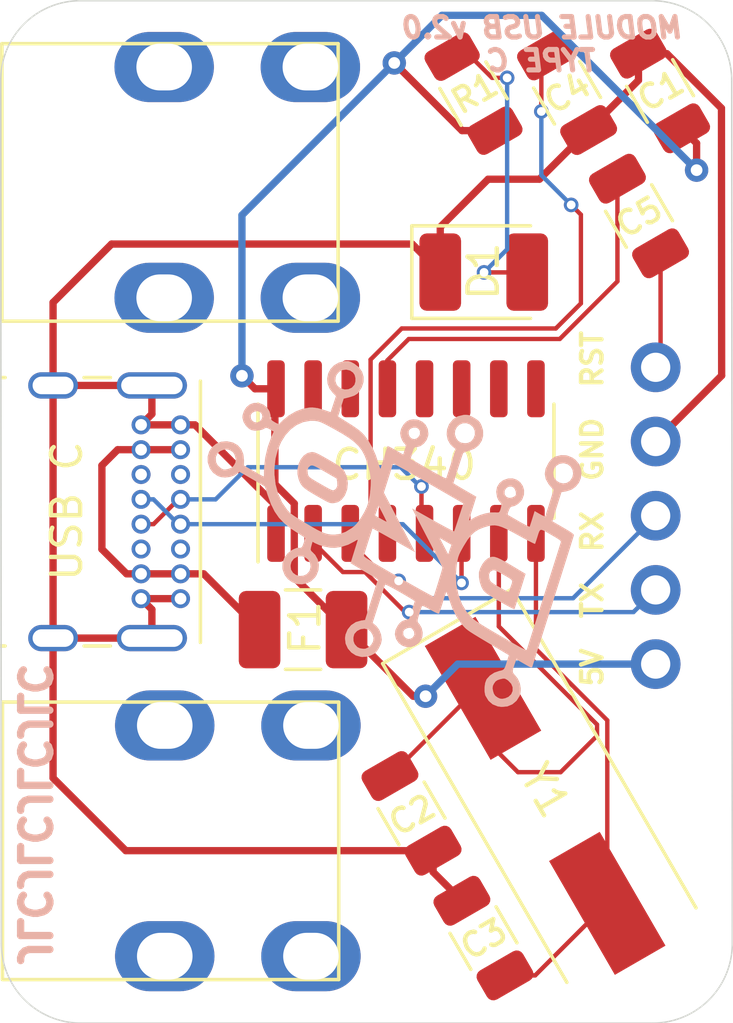
<source format=kicad_pcb>
(kicad_pcb (version 20171130) (host pcbnew "(5.1.10)-1")

  (general
    (thickness 1.6)
    (drawings 11)
    (tracks 141)
    (zones 0)
    (modules 15)
    (nets 24)
  )

  (page A4)
  (layers
    (0 F.Cu signal hide)
    (31 B.Cu signal hide)
    (32 B.Adhes user)
    (33 F.Adhes user)
    (34 B.Paste user)
    (35 F.Paste user)
    (36 B.SilkS user)
    (37 F.SilkS user)
    (38 B.Mask user)
    (39 F.Mask user)
    (40 Dwgs.User user)
    (41 Cmts.User user)
    (42 Eco1.User user)
    (43 Eco2.User user)
    (44 Edge.Cuts user)
    (45 Margin user)
    (46 B.CrtYd user)
    (47 F.CrtYd user hide)
    (48 B.Fab user)
    (49 F.Fab user hide)
  )

  (setup
    (last_trace_width 0.15)
    (user_trace_width 0.15)
    (user_trace_width 0.5)
    (user_trace_width 1)
    (user_trace_width 1.5)
    (trace_clearance 0.2)
    (zone_clearance 0.508)
    (zone_45_only no)
    (trace_min 0.15)
    (via_size 0.8)
    (via_drill 0.4)
    (via_min_size 0.4)
    (via_min_drill 0.3)
    (user_via 0.5 0.3)
    (uvia_size 0.3)
    (uvia_drill 0.1)
    (uvias_allowed no)
    (uvia_min_size 0.2)
    (uvia_min_drill 0.1)
    (edge_width 0.05)
    (segment_width 0.2)
    (pcb_text_width 0.3)
    (pcb_text_size 1.5 1.5)
    (mod_edge_width 0.12)
    (mod_text_size 1 1)
    (mod_text_width 0.15)
    (pad_size 0.65 0.65)
    (pad_drill 0.4)
    (pad_to_mask_clearance 0)
    (aux_axis_origin 0 0)
    (visible_elements 7FFFFFFF)
    (pcbplotparams
      (layerselection 0x010fc_ffffffff)
      (usegerberextensions true)
      (usegerberattributes true)
      (usegerberadvancedattributes true)
      (creategerberjobfile true)
      (excludeedgelayer true)
      (linewidth 0.100000)
      (plotframeref false)
      (viasonmask false)
      (mode 1)
      (useauxorigin false)
      (hpglpennumber 1)
      (hpglpenspeed 20)
      (hpglpendiameter 15.000000)
      (psnegative false)
      (psa4output false)
      (plotreference true)
      (plotvalue true)
      (plotinvisibletext false)
      (padsonsilk false)
      (subtractmaskfromsilk true)
      (outputformat 1)
      (mirror false)
      (drillshape 0)
      (scaleselection 1)
      (outputdirectory "GERBER module USB v2.0 USB C (external version)/"))
  )

  (net 0 "")
  (net 1 +5V)
  (net 2 GND)
  (net 3 "Net-(C2-Pad1)")
  (net 4 "Net-(C3-Pad1)")
  (net 5 "Net-(C4-Pad1)")
  (net 6 "Net-(C5-Pad2)")
  (net 7 RESET)
  (net 8 "Net-(D1-Pad2)")
  (net 9 "Net-(F1-Pad2)")
  (net 10 TX0_D1)
  (net 11 RX0_D0)
  (net 12 RD+)
  (net 13 RD-)
  (net 14 "Net-(U1-Pad15)")
  (net 15 "Net-(U1-Pad14)")
  (net 16 "Net-(U1-Pad12)")
  (net 17 "Net-(U1-Pad11)")
  (net 18 "Net-(U1-Pad10)")
  (net 19 "Net-(U1-Pad9)")
  (net 20 "Net-(J1-PadB5)")
  (net 21 "Net-(J1-PadB8)")
  (net 22 "Net-(J1-PadA8)")
  (net 23 "Net-(J1-PadA5)")

  (net_class Default "This is the default net class."
    (clearance 0.2)
    (trace_width 0.25)
    (via_dia 0.8)
    (via_drill 0.4)
    (uvia_dia 0.3)
    (uvia_drill 0.1)
    (add_net +5V)
    (add_net GND)
    (add_net "Net-(C2-Pad1)")
    (add_net "Net-(C3-Pad1)")
    (add_net "Net-(C4-Pad1)")
    (add_net "Net-(C5-Pad2)")
    (add_net "Net-(D1-Pad2)")
    (add_net "Net-(F1-Pad2)")
    (add_net "Net-(J1-PadA5)")
    (add_net "Net-(J1-PadA8)")
    (add_net "Net-(J1-PadB5)")
    (add_net "Net-(J1-PadB8)")
    (add_net "Net-(U1-Pad10)")
    (add_net "Net-(U1-Pad11)")
    (add_net "Net-(U1-Pad12)")
    (add_net "Net-(U1-Pad14)")
    (add_net "Net-(U1-Pad15)")
    (add_net "Net-(U1-Pad9)")
    (add_net RD+)
    (add_net RD-)
    (add_net RESET)
    (add_net RX0_D0)
    (add_net TX0_D1)
  )

  (module "IMAGES:logo BZO" (layer B.Cu) (tedit 0) (tstamp 642C90C0)
    (at 123.61 76.22 150)
    (path /633A2AF4)
    (fp_text reference Y1 (at 0 3.55 330) (layer B.SilkS) hide
      (effects (font (size 1 1) (thickness 0.15)) (justify mirror))
    )
    (fp_text value 12Mhz (at 0 -3.55 330) (layer B.Fab) hide
      (effects (font (size 1 1) (thickness 0.15)) (justify mirror))
    )
    (fp_text user %R (at 0 0 330) (layer B.Fab) hide
      (effects (font (size 1 1) (thickness 0.15)) (justify mirror))
    )
    (fp_poly (pts (xy -3.975028 4.742826) (xy -3.803053 4.65638) (xy -3.669754 4.528289) (xy -3.614872 4.450607)
      (xy -3.583224 4.371989) (xy -3.566804 4.267706) (xy -3.561564 4.194035) (xy -3.573901 3.988977)
      (xy -3.637306 3.82076) (xy -3.753364 3.687102) (xy -3.923658 3.585721) (xy -4.005382 3.554348)
      (xy -4.17244 3.497793) (xy -4.275379 3.042709) (xy -4.311843 2.880421) (xy -4.34285 2.74035)
      (xy -4.365874 2.634073) (xy -4.378389 2.573164) (xy -4.379909 2.563813) (xy -4.351835 2.551605)
      (xy -4.276911 2.543017) (xy -4.178566 2.54) (xy -3.975631 2.54) (xy -4.034876 2.278063)
      (xy -4.062038 2.155722) (xy -4.082857 2.05769) (xy -4.093966 1.999979) (xy -4.094935 1.992313)
      (xy -4.065394 1.983724) (xy -3.983736 1.976513) (xy -3.861337 1.971294) (xy -3.709575 1.968684)
      (xy -3.654856 1.968501) (xy -3.213961 1.968501) (xy -3.191762 2.11653) (xy -3.182382 2.214585)
      (xy -3.193597 2.268862) (xy -3.217439 2.291351) (xy -3.294767 2.365099) (xy -3.356382 2.480106)
      (xy -3.392184 2.614382) (xy -3.397251 2.682875) (xy -3.14325 2.682875) (xy -3.124943 2.632635)
      (xy -3.080568 2.564169) (xy -3.077446 2.560157) (xy -2.991858 2.493284) (xy -2.893489 2.478689)
      (xy -2.801511 2.517737) (xy -2.779078 2.538948) (xy -2.730051 2.632) (xy -2.730674 2.730871)
      (xy -2.773688 2.817973) (xy -2.851838 2.875717) (xy -2.923617 2.88925) (xy -3.003262 2.864249)
      (xy -3.080498 2.803254) (xy -3.132963 2.727277) (xy -3.14325 2.682875) (xy -3.397251 2.682875)
      (xy -3.370217 2.846105) (xy -3.296589 2.981432) (xy -3.187574 3.083369) (xy -3.054383 3.146427)
      (xy -2.908224 3.165116) (xy -2.760306 3.133949) (xy -2.633008 3.057117) (xy -2.51345 2.921119)
      (xy -2.452287 2.769905) (xy -2.449474 2.613099) (xy -2.504964 2.460324) (xy -2.618714 2.321204)
      (xy -2.636546 2.305657) (xy -2.714201 2.252197) (xy -2.782884 2.223865) (xy -2.795319 2.2225)
      (xy -2.857135 2.198541) (xy -2.90348 2.122837) (xy -2.936481 1.997643) (xy -2.945654 1.927911)
      (xy -2.930669 1.885546) (xy -2.878393 1.850963) (xy -2.820237 1.824282) (xy -2.692661 1.747004)
      (xy -2.554624 1.629857) (xy -2.423441 1.490074) (xy -2.316424 1.34489) (xy -2.286055 1.292566)
      (xy -2.238819 1.209149) (xy -2.202323 1.154856) (xy -2.18922 1.143) (xy -2.17435 1.171451)
      (xy -2.152722 1.245753) (xy -2.130824 1.341438) (xy -2.100489 1.485384) (xy -2.065151 1.648386)
      (xy -2.041652 1.754188) (xy -1.993361 1.9685) (xy -1.536431 1.9685) (xy -1.374308 1.969238)
      (xy -1.237502 1.971267) (xy -1.137216 1.974311) (xy -1.084654 1.978093) (xy -1.0795 1.979783)
      (xy -1.073007 2.012997) (xy -1.055055 2.097599) (xy -1.027931 2.222983) (xy -0.993926 2.378544)
      (xy -0.968375 2.494627) (xy -0.93081 2.6673) (xy -0.898672 2.819685) (xy -0.874296 2.940342)
      (xy -0.860015 3.017828) (xy -0.85725 3.039504) (xy -0.878728 3.082094) (xy -0.934478 3.150686)
      (xy -0.997021 3.215222) (xy -1.120021 3.372648) (xy -1.186176 3.546198) (xy -1.192078 3.65074)
      (xy -0.92075 3.65074) (xy -0.899235 3.520825) (xy -0.828872 3.42062) (xy -0.752037 3.36392)
      (xy -0.621629 3.3101) (xy -0.496097 3.316332) (xy -0.388147 3.365634) (xy -0.28603 3.45894)
      (xy -0.233174 3.573947) (xy -0.225816 3.697414) (xy -0.260195 3.8161) (xy -0.332549 3.916763)
      (xy -0.439118 3.986163) (xy -0.5715 4.011084) (xy -0.713346 3.982646) (xy -0.825327 3.904066)
      (xy -0.897652 3.785449) (xy -0.92075 3.65074) (xy -1.192078 3.65074) (xy -1.196293 3.725381)
      (xy -1.151179 3.899705) (xy -1.051642 4.05868) (xy -0.923125 4.175125) (xy -0.83972 4.228032)
      (xy -0.762818 4.256877) (xy -0.666746 4.268614) (xy -0.571501 4.270375) (xy -0.445799 4.266638)
      (xy -0.357716 4.250791) (xy -0.281579 4.215879) (xy -0.219876 4.175125) (xy -0.075683 4.038301)
      (xy 0.012988 3.870689) (xy 0.046213 3.672141) (xy 0.046488 3.650994) (xy 0.01872 3.470852)
      (xy -0.058368 3.309331) (xy -0.175196 3.178101) (xy -0.32219 3.088835) (xy -0.440752 3.057177)
      (xy -0.521451 3.044979) (xy -0.567433 3.035365) (xy -0.5715 3.033237) (xy -0.578072 3.001741)
      (xy -0.59623 2.918833) (xy -0.623645 2.795056) (xy -0.657984 2.640953) (xy -0.682625 2.530798)
      (xy -0.720386 2.360261) (xy -0.752646 2.210791) (xy -0.777031 2.093685) (xy -0.79117 2.02024)
      (xy -0.79375 2.001631) (xy -0.762087 1.989083) (xy -0.667302 1.979494) (xy -0.509708 1.972879)
      (xy -0.289617 1.969253) (xy -0.096474 1.9685) (xy 0.600802 1.9685) (xy 0.630592 2.087563)
      (xy 0.663374 2.22116) (xy 0.680419 2.306984) (xy 0.681439 2.358854) (xy 0.666144 2.390588)
      (xy 0.634249 2.416005) (xy 0.623603 2.423022) (xy 0.527264 2.521465) (xy 0.468332 2.65551)
      (xy 0.451803 2.79587) (xy 0.730736 2.79587) (xy 0.756187 2.68722) (xy 0.820803 2.61641)
      (xy 0.909231 2.588715) (xy 1.00612 2.609412) (xy 1.087437 2.673277) (xy 1.13711 2.765238)
      (xy 1.124524 2.857314) (xy 1.062027 2.94136) (xy 0.970025 2.997571) (xy 0.875444 2.999935)
      (xy 0.794079 2.955389) (xy 0.741724 2.870867) (xy 0.730736 2.79587) (xy 0.451803 2.79587)
      (xy 0.450498 2.806951) (xy 0.47745 2.957583) (xy 0.503288 3.016746) (xy 0.60639 3.151134)
      (xy 0.73927 3.236361) (xy 0.890079 3.271214) (xy 1.046963 3.254481) (xy 1.198073 3.18495)
      (xy 1.299755 3.098207) (xy 1.361412 2.991917) (xy 1.391618 2.853569) (xy 1.388814 2.70713)
      (xy 1.351443 2.576566) (xy 1.33554 2.547648) (xy 1.261564 2.45915) (xy 1.165532 2.381554)
      (xy 1.068938 2.330126) (xy 1.012031 2.317869) (xy 0.966459 2.288736) (xy 0.942128 2.226205)
      (xy 0.920409 2.125335) (xy 0.902967 2.05158) (xy 0.882116 1.9685) (xy 1.187183 1.9685)
      (xy 1.317601 1.967379) (xy 1.420195 1.964364) (xy 1.481255 1.959976) (xy 1.49225 1.956892)
      (xy 1.485613 1.92093) (xy 1.46791 1.837777) (xy 1.442452 1.722098) (xy 1.412547 1.588552)
      (xy 1.381507 1.451802) (xy 1.35264 1.326509) (xy 1.329259 1.227336) (xy 1.314671 1.168943)
      (xy 1.31317 1.163679) (xy 1.325332 1.15786) (xy 1.372693 1.191249) (xy 1.446563 1.257162)
      (xy 1.490961 1.300462) (xy 1.697783 1.484484) (xy 1.928194 1.650893) (xy 2.163123 1.787218)
      (xy 2.373533 1.877642) (xy 2.486753 1.911129) (xy 2.608502 1.935164) (xy 2.754955 1.951956)
      (xy 2.942287 1.963713) (xy 3.031468 1.96747) (xy 3.475312 1.984375) (xy 3.544889 2.298451)
      (xy 3.614465 2.612527) (xy 3.460466 2.762527) (xy 3.351947 2.884486) (xy 3.29426 2.992112)
      (xy 3.28449 3.029672) (xy 3.27284 3.20675) (xy 3.52425 3.20675) (xy 3.552556 3.076025)
      (xy 3.628294 2.97006) (xy 3.737689 2.896695) (xy 3.866967 2.863776) (xy 4.002354 2.879143)
      (xy 4.058761 2.902417) (xy 4.160045 2.988375) (xy 4.220691 3.111852) (xy 4.233333 3.20675)
      (xy 4.205962 3.338683) (xy 4.133056 3.446526) (xy 4.028422 3.522663) (xy 3.905868 3.55948)
      (xy 3.7792 3.549364) (xy 3.689883 3.506448) (xy 3.610666 3.424785) (xy 3.549862 3.316105)
      (xy 3.524301 3.210862) (xy 3.52425 3.20675) (xy 3.27284 3.20675) (xy 3.270322 3.245012)
      (xy 3.309024 3.436003) (xy 3.395585 3.596106) (xy 3.524993 3.718784) (xy 3.692238 3.797497)
      (xy 3.892308 3.825709) (xy 3.894577 3.825714) (xy 4.01767 3.820543) (xy 4.107223 3.799138)
      (xy 4.192716 3.753026) (xy 4.225514 3.730625) (xy 4.369942 3.595323) (xy 4.462075 3.43747)
      (xy 4.503736 3.267436) (xy 4.49675 3.09559) (xy 4.442941 2.932303) (xy 4.344134 2.787944)
      (xy 4.202152 2.672884) (xy 4.026531 2.59951) (xy 3.879087 2.560075) (xy 3.818913 2.272757)
      (xy 3.758738 1.98544) (xy 4.026393 1.931252) (xy 4.218717 1.88234) (xy 4.372998 1.818155)
      (xy 4.465369 1.763312) (xy 4.649858 1.607418) (xy 4.814028 1.403964) (xy 4.948214 1.167991)
      (xy 5.042754 0.914539) (xy 5.062789 0.833438) (xy 5.079287 0.773379) (xy 5.107223 0.742774)
      (xy 5.164788 0.731706) (xy 5.252051 0.730251) (xy 5.353344 0.734083) (xy 5.410815 0.750478)
      (xy 5.443927 0.78678) (xy 5.453732 0.806353) (xy 5.500787 0.873435) (xy 5.575924 0.948)
      (xy 5.60157 0.96877) (xy 5.744359 1.040823) (xy 5.900764 1.059375) (xy 6.055325 1.027377)
      (xy 6.19258 0.947779) (xy 6.288692 0.837628) (xy 6.34014 0.701161) (xy 6.349517 0.544076)
      (xy 6.317374 0.392826) (xy 6.277802 0.315008) (xy 6.175779 0.212247) (xy 6.039075 0.138566)
      (xy 5.891494 0.104206) (xy 5.797586 0.108428) (xy 5.695054 0.146749) (xy 5.588047 0.215716)
      (xy 5.497832 0.298793) (xy 5.445681 0.379442) (xy 5.444504 0.382956) (xy 5.419575 0.421463)
      (xy 5.365377 0.439939) (xy 5.270645 0.4445) (xy 5.116319 0.4445) (xy 5.095228 0.261938)
      (xy 5.028991 -0.115566) (xy 4.921805 -0.475696) (xy 4.779072 -0.801503) (xy 4.725711 -0.897545)
      (xy 4.676318 -0.983694) (xy 4.643551 -1.045404) (xy 4.6355 -1.065022) (xy 4.66524 -1.070519)
      (xy 4.746425 -1.075057) (xy 4.867004 -1.078194) (xy 5.014924 -1.079488) (xy 5.030393 -1.0795)
      (xy 5.425286 -1.0795) (xy 5.509649 -0.924498) (xy 5.632413 -0.754814) (xy 5.782491 -0.640402)
      (xy 5.953642 -0.583284) (xy 6.139623 -0.585485) (xy 6.334194 -0.649026) (xy 6.344226 -0.653944)
      (xy 6.50102 -0.764033) (xy 6.611817 -0.908075) (xy 6.674273 -1.074346) (xy 6.686045 -1.25112)
      (xy 6.644787 -1.426673) (xy 6.548156 -1.589281) (xy 6.53445 -1.605413) (xy 6.380094 -1.739818)
      (xy 6.207204 -1.815417) (xy 6.021113 -1.830463) (xy 5.908756 -1.810626) (xy 5.775312 -1.751445)
      (xy 5.645951 -1.655135) (xy 5.541144 -1.539612) (xy 5.487439 -1.441895) (xy 5.448243 -1.3335)
      (xy 4.440497 -1.3335) (xy 4.204394 -1.547812) (xy 3.956495 -1.755418) (xy 3.720915 -1.912064)
      (xy 3.482532 -2.024053) (xy 3.226222 -2.09769) (xy 2.936862 -2.139278) (xy 2.757807 -2.150789)
      (xy 2.35649 -2.167841) (xy 2.321395 -2.342592) (xy 2.303432 -2.445475) (xy 2.303127 -2.505793)
      (xy 2.322255 -2.542462) (xy 2.341712 -2.559412) (xy 2.396515 -2.593779) (xy 2.421636 -2.60249)
      (xy 2.450753 -2.627724) (xy 2.500004 -2.691712) (xy 2.540699 -2.752591) (xy 2.618086 -2.928398)
      (xy 2.639946 -3.113822) (xy 2.607354 -3.29498) (xy 2.521388 -3.457988) (xy 2.482417 -3.504441)
      (xy 2.333109 -3.624388) (xy 2.168075 -3.690958) (xy 1.997234 -3.707929) (xy 1.830504 -3.679079)
      (xy 1.677804 -3.608185) (xy 1.549053 -3.499025) (xy 1.454169 -3.355377) (xy 1.403071 -3.181018)
      (xy 1.39731 -3.095625) (xy 1.67005 -3.095625) (xy 1.697898 -3.226242) (xy 1.772028 -3.330732)
      (xy 1.878319 -3.402554) (xy 2.002652 -3.435169) (xy 2.130904 -3.422038) (xy 2.243545 -3.361208)
      (xy 2.331306 -3.251009) (xy 2.367404 -3.119887) (xy 2.351105 -2.984851) (xy 2.281676 -2.862906)
      (xy 2.265795 -2.845954) (xy 2.150011 -2.768552) (xy 2.023088 -2.744128) (xy 1.898394 -2.76708)
      (xy 1.789296 -2.831806) (xy 1.709162 -2.932704) (xy 1.671359 -3.064171) (xy 1.67005 -3.095625)
      (xy 1.39731 -3.095625) (xy 1.397 -3.091039) (xy 1.425532 -2.904616) (xy 1.505078 -2.738434)
      (xy 1.62656 -2.603615) (xy 1.780899 -2.511281) (xy 1.896601 -2.478975) (xy 1.967834 -2.462003)
      (xy 2.008977 -2.428596) (xy 2.036883 -2.360209) (xy 2.050501 -2.309602) (xy 2.08892 -2.159)
      (xy 1.989022 -2.15853) (xy 1.830614 -2.141799) (xy 1.648801 -2.098511) (xy 1.472235 -2.037089)
      (xy 1.329571 -1.965956) (xy 1.325804 -1.963561) (xy 1.142708 -1.818171) (xy 0.978661 -1.635962)
      (xy 0.854975 -1.440739) (xy 0.85161 -1.433904) (xy 0.810364 -1.360442) (xy 0.780006 -1.327013)
      (xy 0.769742 -1.3335) (xy 0.759206 -1.381698) (xy 0.737688 -1.477948) (xy 0.7083 -1.608384)
      (xy 0.674158 -1.75914) (xy 0.67348 -1.762125) (xy 0.586977 -2.143125) (xy 0.041586 -2.151803)
      (xy -0.503806 -2.160481) (xy -0.541028 -2.342303) (xy -0.560725 -2.435592) (xy -0.591065 -2.575707)
      (xy -0.628737 -2.747523) (xy -0.670433 -2.935916) (xy -0.697156 -3.055768) (xy -0.816063 -3.587411)
      (xy -0.712666 -3.666276) (xy -0.57607 -3.807672) (xy -0.491132 -3.977356) (xy -0.460558 -4.163169)
      (xy -0.487054 -4.352952) (xy -0.534107 -4.468777) (xy -0.644363 -4.615929) (xy -0.792013 -4.721144)
      (xy -0.963396 -4.780245) (xy -1.144854 -4.789057) (xy -1.322728 -4.743403) (xy -1.36525 -4.722875)
      (xy -1.472835 -4.647585) (xy -1.573785 -4.54894) (xy -1.603375 -4.511264) (xy -1.659638 -4.420551)
      (xy -1.688362 -4.335637) (xy -1.698018 -4.22704) (xy -1.698152 -4.212933) (xy -1.423064 -4.212933)
      (xy -1.385696 -4.335649) (xy -1.315354 -4.432864) (xy -1.264772 -4.467613) (xy -1.146944 -4.515232)
      (xy -1.050401 -4.523519) (xy -0.946864 -4.492838) (xy -0.902314 -4.472266) (xy -0.823231 -4.405216)
      (xy -0.76065 -4.302695) (xy -0.730879 -4.192728) (xy -0.73025 -4.176587) (xy -0.758105 -4.045775)
      (xy -0.83211 -3.931148) (xy -0.937928 -3.847755) (xy -1.061222 -3.810645) (xy -1.0795 -3.81)
      (xy -1.183884 -3.833605) (xy -1.293057 -3.893201) (xy -1.376566 -3.971958) (xy -1.379198 -3.975633)
      (xy -1.422539 -4.085875) (xy -1.423064 -4.212933) (xy -1.698152 -4.212933) (xy -1.698464 -4.180327)
      (xy -1.686351 -4.020288) (xy -1.647605 -3.900122) (xy -1.634964 -3.876866) (xy -1.52944 -3.742086)
      (xy -1.395628 -3.636294) (xy -1.252722 -3.573579) (xy -1.210249 -3.565176) (xy -1.129531 -3.552359)
      (xy -1.083556 -3.541203) (xy -1.0795 -3.538372) (xy -1.073034 -3.506023) (xy -1.054959 -3.42086)
      (xy -1.02726 -3.292097) (xy -0.991921 -3.128946) (xy -0.950927 -2.940623) (xy -0.936625 -2.875111)
      (xy -0.89407 -2.678901) (xy -0.856562 -2.503259) (xy -0.826109 -2.357805) (xy -0.804717 -2.252156)
      (xy -0.794391 -2.195931) (xy -0.79375 -2.190058) (xy -0.824575 -2.178696) (xy -0.913408 -2.169644)
      (xy -1.05479 -2.163193) (xy -1.243265 -2.159631) (xy -1.381125 -2.159) (xy -1.566352 -2.159767)
      (xy -1.727585 -2.161903) (xy -1.854943 -2.165153) (xy -1.938542 -2.169268) (xy -1.9685 -2.173981)
      (xy -1.974899 -2.209441) (xy -1.992124 -2.292785) (xy -2.017219 -2.409911) (xy -2.035623 -2.494169)
      (xy -2.102745 -2.799377) (xy -1.998632 -2.906794) (xy -1.931043 -2.989626) (xy -1.895605 -3.077016)
      (xy -1.880384 -3.184662) (xy -1.887576 -3.359673) (xy -1.944068 -3.499226) (xy -2.053555 -3.612053)
      (xy -2.064758 -3.620217) (xy -2.210604 -3.690673) (xy -2.359728 -3.706075) (xy -2.502245 -3.673489)
      (xy -2.628275 -3.599983) (xy -2.727934 -3.492622) (xy -2.791341 -3.358474) (xy -2.80071 -3.274998)
      (xy -2.530791 -3.274998) (xy -2.490575 -3.358435) (xy -2.416427 -3.415101) (xy -2.320018 -3.426707)
      (xy -2.224369 -3.392713) (xy -2.19075 -3.3655) (xy -2.135079 -3.276088) (xy -2.14275 -3.182742)
      (xy -2.207154 -3.09221) (xy -2.281333 -3.036603) (xy -2.349986 -3.031701) (xy -2.357967 -3.033908)
      (xy -2.470106 -3.091629) (xy -2.528937 -3.174986) (xy -2.530791 -3.274998) (xy -2.80071 -3.274998)
      (xy -2.808612 -3.204606) (xy -2.791335 -3.100645) (xy -2.726875 -2.968849) (xy -2.621103 -2.855628)
      (xy -2.494302 -2.781762) (xy -2.473476 -2.775001) (xy -2.421085 -2.756494) (xy -2.385721 -2.728008)
      (xy -2.359351 -2.67539) (xy -2.333942 -2.584487) (xy -2.312702 -2.49173) (xy -2.286216 -2.368793)
      (xy -2.266117 -2.267719) (xy -2.255869 -2.206167) (xy -2.255241 -2.198687) (xy -2.273804 -2.17923)
      (xy -2.335522 -2.166761) (xy -2.447704 -2.160364) (xy -2.57175 -2.159) (xy -2.730795 -2.155728)
      (xy -2.837209 -2.146241) (xy -2.886362 -2.131028) (xy -2.88925 -2.125359) (xy -2.882592 -2.082415)
      (xy -2.864528 -1.991498) (xy -2.83792 -1.86651) (xy -2.809875 -1.740092) (xy -2.805359 -1.719717)
      (xy -2.44475 -1.719717) (xy -2.414076 -1.725278) (xy -2.326351 -1.730443) (xy -2.188027 -1.735088)
      (xy -2.005553 -1.73909) (xy -1.785379 -1.742324) (xy -1.533955 -1.744666) (xy -1.25773 -1.745991)
      (xy -1.065765 -1.74625) (xy -0.733029 -1.746112) (xy -0.458203 -1.745552) (xy -0.235695 -1.744346)
      (xy -0.059915 -1.742272) (xy 0.074728 -1.739108) (xy 0.173823 -1.734631) (xy 0.242962 -1.728618)
      (xy 0.287735 -1.720848) (xy 0.313733 -1.711097) (xy 0.326545 -1.699142) (xy 0.330271 -1.690687)
      (xy 0.341416 -1.646064) (xy 0.362454 -1.555108) (xy 0.390443 -1.431158) (xy 0.422442 -1.287556)
      (xy 0.45551 -1.137641) (xy 0.486706 -0.994754) (xy 0.51309 -0.872234) (xy 0.53172 -0.783423)
      (xy 0.539655 -0.741659) (xy 0.53975 -0.740466) (xy 0.509386 -0.737704) (xy 0.423842 -0.734626)
      (xy 0.291431 -0.73141) (xy 0.120471 -0.728232) (xy -0.080722 -0.725268) (xy -0.289678 -0.722839)
      (xy -1.119106 -0.714375) (xy -0.629537 -0.404395) (xy 1.051561 -0.404395) (xy 1.054287 -0.588137)
      (xy 1.065232 -0.757778) (xy 1.083291 -0.885525) (xy 1.112684 -0.992918) (xy 1.152846 -1.091128)
      (xy 1.267615 -1.302517) (xy 1.397391 -1.46175) (xy 1.551611 -1.579925) (xy 1.584292 -1.598564)
      (xy 1.68075 -1.646915) (xy 1.775686 -1.68316) (xy 1.879943 -1.708728) (xy 2.004365 -1.725047)
      (xy 2.159796 -1.733547) (xy 2.357078 -1.735656) (xy 2.6035 -1.732865) (xy 2.821734 -1.728191)
      (xy 2.988286 -1.721931) (xy 3.114971 -1.712894) (xy 3.213603 -1.699893) (xy 3.295999 -1.681739)
      (xy 3.373974 -1.657244) (xy 3.381375 -1.654618) (xy 3.661559 -1.521956) (xy 3.92476 -1.333104)
      (xy 4.051745 -1.2065) (xy 5.715 -1.2065) (xy 5.724156 -1.301349) (xy 5.760495 -1.376827)
      (xy 5.826982 -1.451832) (xy 5.900168 -1.51899) (xy 5.960353 -1.548886) (xy 6.03636 -1.552037)
      (xy 6.08789 -1.547029) (xy 6.204907 -1.52126) (xy 6.291415 -1.465934) (xy 6.325157 -1.43137)
      (xy 6.401727 -1.305687) (xy 6.416473 -1.174503) (xy 6.369714 -1.045382) (xy 6.30555 -0.9652)
      (xy 6.222654 -0.894379) (xy 6.143835 -0.863062) (xy 6.06425 -0.85725) (xy 5.96699 -0.867025)
      (xy 5.889851 -0.905479) (xy 5.82295 -0.9652) (xy 5.752129 -1.048095) (xy 5.720812 -1.126914)
      (xy 5.715 -1.2065) (xy 4.051745 -1.2065) (xy 4.164004 -1.094579) (xy 4.372315 -0.812899)
      (xy 4.476873 -0.631052) (xy 4.607856 -0.33024) (xy 4.690074 -0.030791) (xy 4.724718 0.261001)
      (xy 4.71298 0.538842) (xy 4.700346 0.596013) (xy 5.68325 0.596013) (xy 5.708591 0.487703)
      (xy 5.773999 0.413589) (xy 5.863552 0.38058) (xy 5.961327 0.395583) (xy 6.0325 0.4445)
      (xy 6.087656 0.530367) (xy 6.082377 0.622051) (xy 6.030195 0.710094) (xy 5.947289 0.774539)
      (xy 5.853956 0.788695) (xy 5.767401 0.758218) (xy 5.704834 0.688768) (xy 5.68325 0.596013)
      (xy 4.700346 0.596013) (xy 4.656051 0.79644) (xy 4.555122 1.027501) (xy 4.411386 1.225731)
      (xy 4.226033 1.384836) (xy 4.079875 1.466089) (xy 4.0161 1.492551) (xy 3.950522 1.512141)
      (xy 3.871695 1.526183) (xy 3.768175 1.536) (xy 3.628518 1.542917) (xy 3.441279 1.548256)
      (xy 3.352681 1.550202) (xy 3.034105 1.551805) (xy 2.767823 1.539806) (xy 2.54346 1.51084)
      (xy 2.35064 1.461541) (xy 2.178988 1.388544) (xy 2.018129 1.288485) (xy 1.857687 1.157999)
      (xy 1.711012 1.017754) (xy 1.576331 0.877032) (xy 1.475609 0.756592) (xy 1.393983 0.636115)
      (xy 1.316587 0.495282) (xy 1.290358 0.442743) (xy 1.182548 0.205973) (xy 1.109832 -0.000953)
      (xy 1.067679 -0.197816) (xy 1.051561 -0.404395) (xy -0.629537 -0.404395) (xy -0.472243 -0.304802)
      (xy 0.22225 -0.304802) (xy 0.251373 -0.310951) (xy 0.328244 -0.315461) (xy 0.437116 -0.317468)
      (xy 0.453546 -0.3175) (xy 0.684843 -0.3175) (xy 0.716833 -0.142875) (xy 0.732887 -0.047968)
      (xy 0.741066 0.015453) (xy 0.740587 0.03175) (xy 0.709703 0.015806) (xy 0.641103 -0.025897)
      (xy 0.548944 -0.084169) (xy 0.447383 -0.149815) (xy 0.350577 -0.213645) (xy 0.272686 -0.266464)
      (xy 0.227865 -0.299082) (xy 0.22225 -0.304802) (xy -0.472243 -0.304802) (xy -0.151805 -0.101911)
      (xy 0.815496 0.510552) (xy 0.917888 0.977589) (xy 0.954931 1.145468) (xy 0.988213 1.294295)
      (xy 1.014911 1.4116) (xy 1.032204 1.484913) (xy 1.036155 1.500188) (xy 1.036945 1.513514)
      (xy 1.027377 1.524528) (xy 1.002018 1.533447) (xy 0.955436 1.540492) (xy 0.882197 1.545882)
      (xy 0.776869 1.549836) (xy 0.63402 1.552574) (xy 0.448216 1.554315) (xy 0.214025 1.555277)
      (xy -0.073986 1.555682) (xy -0.340153 1.55575) (xy -1.732334 1.55575) (xy -1.835132 1.071563)
      (xy -1.8704 0.903859) (xy -1.900372 0.758291) (xy -1.922793 0.646067) (xy -1.935405 0.578395)
      (xy -1.93734 0.564099) (xy -1.906825 0.5575) (xy -1.821208 0.55097) (xy -1.688889 0.544838)
      (xy -1.518265 0.539428) (xy -1.317735 0.53507) (xy -1.121838 0.532349) (xy -0.306926 0.523875)
      (xy -1.250165 -0.076616) (xy -1.470097 -0.21713) (xy -1.672888 -0.347654) (xy -1.85232 -0.464111)
      (xy -2.002173 -0.562423) (xy -2.116227 -0.638513) (xy -2.188263 -0.688305) (xy -2.21193 -0.707083)
      (xy -2.224092 -0.745516) (xy -2.246704 -0.832869) (xy -2.276746 -0.956007) (xy -2.311198 -1.101795)
      (xy -2.34704 -1.257097) (xy -2.381253 -1.408778) (xy -2.410816 -1.543705) (xy -2.432709 -1.64874)
      (xy -2.443913 -1.71075) (xy -2.44475 -1.719717) (xy -2.805359 -1.719717) (xy -2.778169 -1.597071)
      (xy -2.752484 -1.476333) (xy -2.735678 -1.391633) (xy -2.7305 -1.357846) (xy -2.751824 -1.364926)
      (xy -2.809391 -1.40827) (xy -2.893595 -1.480211) (xy -2.964533 -1.544676) (xy -3.209707 -1.751445)
      (xy -3.454105 -1.911442) (xy -3.718219 -2.037726) (xy -3.770581 -2.058322) (xy -3.837303 -2.082941)
      (xy -3.899126 -2.1022) (xy -3.96505 -2.116898) (xy -4.044078 -2.12783) (xy -4.145208 -2.135794)
      (xy -4.277443 -2.141586) (xy -4.449782 -2.146003) (xy -4.671225 -2.149841) (xy -4.831094 -2.152194)
      (xy -5.677562 -2.164318) (xy -5.728031 -2.387803) (xy -5.75821 -2.525893) (xy -5.771904 -2.618067)
      (xy -5.766575 -2.680356) (xy -5.739686 -2.728794) (xy -5.688702 -2.779413) (xy -5.662391 -2.802635)
      (xy -5.543843 -2.939158) (xy -5.462833 -3.099393) (xy -5.430145 -3.261569) (xy -5.429948 -3.271953)
      (xy -5.450087 -3.392107) (xy -5.503453 -3.529389) (xy -5.577557 -3.658597) (xy -5.659908 -3.754526)
      (xy -5.675099 -3.766649) (xy -5.853233 -3.864977) (xy -6.034737 -3.900092) (xy -6.222371 -3.872224)
      (xy -6.344227 -3.822805) (xy -6.502352 -3.711039) (xy -6.615201 -3.561892) (xy -6.677526 -3.386972)
      (xy -6.681009 -3.28646) (xy -6.415866 -3.28646) (xy -6.378328 -3.413684) (xy -6.30555 -3.51155)
      (xy -6.222655 -3.58237) (xy -6.143836 -3.613687) (xy -6.06425 -3.6195) (xy -5.966991 -3.609724)
      (xy -5.889852 -3.57127) (xy -5.82295 -3.51155) (xy -5.75213 -3.428654) (xy -5.720813 -3.349835)
      (xy -5.715 -3.27025) (xy -5.724157 -3.1754) (xy -5.760496 -3.099922) (xy -5.826983 -3.024917)
      (xy -5.900169 -2.957759) (xy -5.960354 -2.927863) (xy -6.036361 -2.924712) (xy -6.087891 -2.92972)
      (xy -6.232527 -2.971819) (xy -6.338427 -3.053396) (xy -6.401053 -3.16232) (xy -6.415866 -3.28646)
      (xy -6.681009 -3.28646) (xy -6.684079 -3.197886) (xy -6.666871 -3.109163) (xy -6.597275 -2.958573)
      (xy -6.48202 -2.821816) (xy -6.338851 -2.716264) (xy -6.213544 -2.665304) (xy -6.138939 -2.642968)
      (xy -6.087206 -2.61229) (xy -6.051 -2.560913) (xy -6.022973 -2.476484) (xy -5.99578 -2.346645)
      (xy -5.983281 -2.278062) (xy -5.961934 -2.159) (xy -6.267697 -2.159) (xy -6.408404 -2.158421)
      (xy -6.496747 -2.154847) (xy -6.54386 -2.145523) (xy -6.560877 -2.127694) (xy -6.558935 -2.098604)
      (xy -6.556389 -2.087562) (xy -6.546904 -2.045417) (xy -6.524925 -1.946345) (xy -6.491574 -1.795445)
      (xy -6.471911 -1.70631) (xy -6.116481 -1.70631) (xy -6.105836 -1.718697) (xy -6.076701 -1.728216)
      (xy -6.022646 -1.735234) (xy -5.937241 -1.74012) (xy -5.814056 -1.743242) (xy -5.646661 -1.744967)
      (xy -5.428625 -1.745663) (xy -5.153578 -1.745698) (xy -4.838225 -1.744598) (xy -4.579799 -1.741518)
      (xy -4.371747 -1.736206) (xy -4.207521 -1.728408) (xy -4.080568 -1.717871) (xy -3.984339 -1.704343)
      (xy -3.960184 -1.6996) (xy -3.679704 -1.610628) (xy -3.416086 -1.46489) (xy -3.164059 -1.259369)
      (xy -3.126266 -1.222539) (xy -2.911688 -0.981414) (xy -2.739333 -0.72267) (xy -2.596645 -0.426671)
      (xy -2.563032 -0.341646) (xy -2.519618 -0.222347) (xy -2.516458 -0.211473) (xy -2.152106 -0.211473)
      (xy -2.122715 -0.203871) (xy -2.077562 -0.175549) (xy -1.994003 -0.12254) (xy -1.8871 -0.05441)
      (xy -1.8415 -0.025274) (xy -1.603375 0.126992) (xy -1.845905 0.126996) (xy -2.088434 0.127)
      (xy -2.109535 0.007938) (xy -2.128269 -0.087444) (xy -2.146294 -0.163887) (xy -2.14822 -0.170663)
      (xy -2.152106 -0.211473) (xy -2.516458 -0.211473) (xy -2.490972 -0.123794) (xy -2.474066 -0.02646)
      (xy -2.465871 0.089179) (xy -2.46336 0.242651) (xy -2.463262 0.301625) (xy -2.471179 0.543973)
      (xy -2.49821 0.73947) (xy -2.54929 0.903162) (xy -2.629355 1.050095) (xy -2.743338 1.195315)
      (xy -2.763853 1.218085) (xy -2.857855 1.315424) (xy -2.946904 1.390996) (xy -3.040956 1.447716)
      (xy -3.149966 1.488499) (xy -3.283891 1.516258) (xy -3.452687 1.533908) (xy -3.666309 1.544365)
      (xy -3.897313 1.549895) (xy -4.091486 1.554353) (xy -4.262021 1.560155) (xy -4.399494 1.566823)
      (xy -4.494481 1.573879) (xy -4.53756 1.580847) (xy -4.539135 1.582385) (xy -4.532204 1.621997)
      (xy -4.515153 1.705251) (xy -4.492625 1.80975) (xy -4.463877 1.937595) (xy -4.449278 2.025718)
      (xy -4.457216 2.081456) (xy -4.496078 2.112144) (xy -4.574253 2.12512) (xy -4.700127 2.12772)
      (xy -4.855611 2.12725) (xy -5.025592 2.126386) (xy -5.142453 2.122892) (xy -5.216561 2.115419)
      (xy -5.258284 2.102619) (xy -5.277987 2.083141) (xy -5.282476 2.071688) (xy -5.292063 2.031289)
      (xy -5.313955 1.934487) (xy -5.346906 1.786917) (xy -5.389669 1.594216) (xy -5.441 1.362016)
      (xy -5.499652 1.095954) (xy -5.56438 0.801665) (xy -5.633936 0.484782) (xy -5.698417 0.1905)
      (xy -5.771216 -0.141658) (xy -5.840309 -0.456203) (xy -5.904448 -0.747498) (xy -5.962384 -1.009908)
      (xy -6.012869 -1.2378) (xy -6.054655 -1.425536) (xy -6.086495 -1.567483) (xy -6.107139 -1.658005)
      (xy -6.115066 -1.690687) (xy -6.116481 -1.70631) (xy -6.471911 -1.70631) (xy -6.447975 -1.597813)
      (xy -6.395251 -1.358547) (xy -6.334523 -1.082742) (xy -6.266915 -0.775497) (xy -6.193549 -0.441908)
      (xy -6.115549 -0.087072) (xy -6.047583 0.22225) (xy -5.966724 0.589955) (xy -5.889608 0.939921)
      (xy -5.817349 1.267146) (xy -5.751059 1.566624) (xy -5.691851 1.833352) (xy -5.640835 2.062327)
      (xy -5.599126 2.248544) (xy -5.567835 2.387) (xy -5.548074 2.472691) (xy -5.541171 2.500313)
      (xy -5.515043 2.517707) (xy -5.447266 2.529699) (xy -5.331243 2.536882) (xy -5.160373 2.539846)
      (xy -5.098096 2.54) (xy -4.669698 2.54) (xy -4.639096 2.659063) (xy -4.620397 2.736445)
      (xy -4.59213 2.859027) (xy -4.558136 3.00994) (xy -4.522387 3.171706) (xy -4.436281 3.565287)
      (xy -4.565267 3.672431) (xy -4.692596 3.813689) (xy -4.767009 3.973356) (xy -4.792064 4.141453)
      (xy -4.785807 4.191689) (xy -4.512909 4.191689) (xy -4.504467 4.04826) (xy -4.502899 4.042185)
      (xy -4.442983 3.926892) (xy -4.343849 3.848133) (xy -4.220892 3.81004) (xy -4.089504 3.816742)
      (xy -3.965078 3.87237) (xy -3.940516 3.891289) (xy -3.854039 4.000575) (xy -3.818985 4.127964)
      (xy -3.83337 4.257628) (xy -3.89521 4.373739) (xy -4.002519 4.460469) (xy -4.012496 4.465419)
      (xy -4.149256 4.500582) (xy -4.278379 4.481554) (xy -4.389163 4.417573) (xy -4.470907 4.317872)
      (xy -4.512909 4.191689) (xy -4.785807 4.191689) (xy -4.771319 4.308001) (xy -4.708329 4.463023)
      (xy -4.606653 4.596541) (xy -4.469849 4.698576) (xy -4.301473 4.75915) (xy -4.173412 4.771572)
      (xy -3.975028 4.742826)) (layer B.SilkS) (width 0.01))
    (fp_poly (pts (xy -3.805074 0.531239) (xy -3.673275 0.520248) (xy -3.576818 0.499417) (xy -3.506345 0.466536)
      (xy -3.452497 0.419395) (xy -3.405916 0.355783) (xy -3.395965 0.339772) (xy -3.353521 0.225863)
      (xy -3.334667 0.078193) (xy -3.340186 -0.077739) (xy -3.370862 -0.216432) (xy -3.37829 -0.235638)
      (xy -3.453056 -0.363897) (xy -3.563503 -0.494624) (xy -3.689097 -0.606317) (xy -3.794125 -0.671015)
      (xy -3.850341 -0.692561) (xy -3.917187 -0.708176) (xy -4.00542 -0.718773) (xy -4.125801 -0.725264)
      (xy -4.289087 -0.72856) (xy -4.484688 -0.729552) (xy -4.665764 -0.728507) (xy -4.822506 -0.725176)
      (xy -4.944864 -0.719973) (xy -5.022789 -0.713312) (xy -5.046627 -0.706437) (xy -5.039449 -0.669425)
      (xy -5.020408 -0.580376) (xy -4.991673 -0.449183) (xy -4.955414 -0.285739) (xy -4.95541 -0.285721)
      (xy -4.593923 -0.285721) (xy -4.575916 -0.301584) (xy -4.528315 -0.311102) (xy -4.441069 -0.315854)
      (xy -4.304128 -0.317415) (xy -4.238323 -0.3175) (xy -4.079939 -0.316973) (xy -3.971569 -0.31359)
      (xy -3.899725 -0.304644) (xy -3.850921 -0.287429) (xy -3.811669 -0.259239) (xy -3.775808 -0.224692)
      (xy -3.70135 -0.120616) (xy -3.688391 -0.020863) (xy -3.735546 0.068938) (xy -3.767313 0.094757)
      (xy -3.815061 0.11172) (xy -3.891164 0.121577) (xy -4.007996 0.126079) (xy -4.146157 0.127)
      (xy -4.303492 0.127065) (xy -4.409134 0.123007) (xy -4.474848 0.108447) (xy -4.512402 0.077006)
      (xy -4.53356 0.022307) (xy -4.55009 -0.06203) (xy -4.556125 -0.09525) (xy -4.574663 -0.187204)
      (xy -4.591555 -0.258938) (xy -4.592385 -0.261937) (xy -4.593923 -0.285721) (xy -4.95541 -0.285721)
      (xy -4.913799 -0.099937) (xy -4.909171 -0.079375) (xy -4.773338 0.523875) (xy -4.212135 0.532546)
      (xy -3.981575 0.534602) (xy -3.805074 0.531239)) (layer B.SilkS) (width 0.01))
    (fp_poly (pts (xy 3.21592 0.538871) (xy 3.361051 0.535939) (xy 3.464767 0.529704) (xy 3.538105 0.519038)
      (xy 3.592105 0.502808) (xy 3.637804 0.479886) (xy 3.645223 0.475437) (xy 3.750945 0.376431)
      (xy 3.815543 0.24168) (xy 3.839884 0.083067) (xy 3.824839 -0.087522) (xy 3.771275 -0.258201)
      (xy 3.680063 -0.417085) (xy 3.571277 -0.536015) (xy 3.488166 -0.60448) (xy 3.409672 -0.654779)
      (xy 3.323957 -0.689667) (xy 3.21918 -0.711897) (xy 3.0835 -0.724224) (xy 2.905077 -0.729401)
      (xy 2.736215 -0.73025) (xy 2.544721 -0.729694) (xy 2.405382 -0.72713) (xy 2.306854 -0.721213)
      (xy 2.237793 -0.710597) (xy 2.186858 -0.693935) (xy 2.142705 -0.669884) (xy 2.124007 -0.657627)
      (xy 2.010607 -0.553287) (xy 1.945548 -0.420619) (xy 1.923983 -0.249061) (xy 1.924143 -0.2222)
      (xy 1.930576 -0.182332) (xy 2.291506 -0.182332) (xy 2.318867 -0.256087) (xy 2.336161 -0.279819)
      (xy 2.365176 -0.296531) (xy 2.415996 -0.307439) (xy 2.498705 -0.313757) (xy 2.623388 -0.316703)
      (xy 2.800131 -0.317492) (xy 2.82831 -0.3175) (xy 3.012156 -0.317071) (xy 3.143559 -0.314763)
      (xy 3.233574 -0.309045) (xy 3.293259 -0.298384) (xy 3.333668 -0.28125) (xy 3.365858 -0.25611)
      (xy 3.381526 -0.240859) (xy 3.458942 -0.135576) (xy 3.483204 -0.03345) (xy 3.452115 0.054713)
      (xy 3.443717 0.06478) (xy 3.416427 0.089114) (xy 3.378813 0.106169) (xy 3.320162 0.117214)
      (xy 3.229758 0.123521) (xy 3.096888 0.12636) (xy 2.918901 0.127) (xy 2.450394 0.127)
      (xy 2.368197 0.029314) (xy 2.300459 -0.079755) (xy 2.291506 -0.182332) (xy 1.930576 -0.182332)
      (xy 1.957215 -0.01725) (xy 2.042625 0.174508) (xy 2.171268 0.338544) (xy 2.334038 0.460327)
      (xy 2.360265 0.473777) (xy 2.418163 0.49876) (xy 2.48004 0.516574) (xy 2.557629 0.528395)
      (xy 2.662663 0.535395) (xy 2.806874 0.538749) (xy 3.001995 0.539632) (xy 3.018336 0.539632)
      (xy 3.21592 0.538871)) (layer B.SilkS) (width 0.01))
  )

  (module Connector:screw_terminal_M4_horizontal (layer F.Cu) (tedit 642C912E) (tstamp 642C62B8)
    (at 115.67 83.54)
    (descr "Molex Mini-Fit Jr. Power Connectors, old mpn/engineering number: 5569-04A1, example for new mpn: 39-29-4049, 2 Pins per row, Mounting: PCB Mounting Flange (http://www.molex.com/pdm_docs/sd/039291047_sd.pdf), generated with kicad-footprint-generator")
    (tags "connector Molex Mini-Fit_Jr top entryscrew_flange")
    (path /633BBAF0)
    (fp_text reference C5 (at -0.64 3.55) (layer F.SilkS) hide
      (effects (font (size 1 1) (thickness 0.15)))
    )
    (fp_text value 0.1uF (at 0 1.85) (layer F.Fab)
      (effects (font (size 1 1) (thickness 0.15)))
    )
    (fp_line (start -4.3 5.7) (end -5.55 5.7) (layer F.CrtYd) (width 0.12))
    (fp_line (start -4.3 1.7) (end -5.55 1.7) (layer F.CrtYd) (width 0.12))
    (fp_line (start -5.55 1.7) (end -4.3 5.7) (layer F.CrtYd) (width 0.12))
    (fp_line (start -4.3 1.7) (end -4.3 5.7) (layer F.CrtYd) (width 0.12))
    (fp_line (start -5.55 8.5) (end -5.55 -1) (layer F.SilkS) (width 0.12))
    (fp_line (start 5.95 8.5) (end -5.55 8.5) (layer F.SilkS) (width 0.12))
    (fp_line (start 5.95 -1) (end 5.95 8.5) (layer F.SilkS) (width 0.12))
    (fp_line (start -5.55 -1) (end 5.95 -1) (layer F.SilkS) (width 0.12))
    (fp_line (start -5.55 -1) (end -5.55 8.5) (layer F.CrtYd) (width 0.05))
    (fp_line (start -5.55 8.5) (end 5.95 8.5) (layer F.CrtYd) (width 0.05))
    (fp_line (start -5.55 -1) (end 5.95 -1) (layer F.CrtYd) (width 0.05))
    (fp_line (start 5.95 -1) (end 5.95 8.5) (layer F.CrtYd) (width 0.05))
    (fp_text user %R (at 0 0) (layer F.Fab)
      (effects (font (size 0.8 0.8) (thickness 0.12)))
    )
    (pad 1 thru_hole oval (at 0 -0.2) (size 3.4 2.4) (drill oval 1.9 1.6) (layers *.Cu *.Mask))
    (pad 2 thru_hole oval (at 5 -0.2) (size 3.4 2.4) (drill oval 1.9 1.6) (layers *.Cu *.Mask))
    (pad 3 thru_hole oval (at 0 7.7) (size 3.4 2.4) (drill oval 1.9 1.6) (layers *.Cu *.Mask))
    (pad 4 thru_hole oval (at 5 7.7) (size 3.4 2.4) (drill oval 1.9 1.6) (layers *.Cu *.Mask))
    (model ${KISYS3DMOD}/Connector_Molex.3dshapes/Molex_Mini-Fit_Jr_5569-04A1_2x02_P4.20mm_Horizontal.wrl
      (at (xyz 0 0 0))
      (scale (xyz 1 1 1))
      (rotate (xyz 0 0 0))
    )
  )

  (module Connector:screw_terminal_M4_horizontal (layer F.Cu) (tedit 642C921D) (tstamp 642C5FA3)
    (at 115.65 61)
    (descr "Molex Mini-Fit Jr. Power Connectors, old mpn/engineering number: 5569-04A1, example for new mpn: 39-29-4049, 2 Pins per row, Mounting: PCB Mounting Flange (http://www.molex.com/pdm_docs/sd/039291047_sd.pdf), generated with kicad-footprint-generator")
    (tags "connector Molex Mini-Fit_Jr top entryscrew_flange")
    (path /633BBAF0)
    (fp_text reference C5 (at 0.91 3.55) (layer F.SilkS) hide
      (effects (font (size 1 1) (thickness 0.15)))
    )
    (fp_text value 0.1uF (at 0 1.85) (layer F.Fab)
      (effects (font (size 1 1) (thickness 0.15)))
    )
    (fp_text user %R (at 0 0) (layer F.Fab)
      (effects (font (size 0.8 0.8) (thickness 0.12)))
    )
    (fp_line (start 5.95 -1) (end 5.95 8.5) (layer F.CrtYd) (width 0.05))
    (fp_line (start -5.55 -1) (end 5.95 -1) (layer F.CrtYd) (width 0.05))
    (fp_line (start -5.55 8.5) (end 5.95 8.5) (layer F.CrtYd) (width 0.05))
    (fp_line (start -5.55 -1) (end -5.55 8.5) (layer F.CrtYd) (width 0.05))
    (fp_line (start -5.55 -1) (end 5.95 -1) (layer F.SilkS) (width 0.12))
    (fp_line (start 5.95 -1) (end 5.95 8.5) (layer F.SilkS) (width 0.12))
    (fp_line (start 5.95 8.5) (end -5.55 8.5) (layer F.SilkS) (width 0.12))
    (fp_line (start -5.55 8.5) (end -5.55 -1) (layer F.SilkS) (width 0.12))
    (fp_line (start -4.3 1.7) (end -4.3 5.7) (layer F.CrtYd) (width 0.12))
    (fp_line (start -5.55 1.7) (end -4.3 5.7) (layer F.CrtYd) (width 0.12))
    (fp_line (start -4.3 1.7) (end -5.55 1.7) (layer F.CrtYd) (width 0.12))
    (fp_line (start -4.3 5.7) (end -5.55 5.7) (layer F.CrtYd) (width 0.12))
    (pad 4 thru_hole oval (at 5 7.7) (size 3.4 2.4) (drill oval 1.9 1.6) (layers *.Cu *.Mask))
    (pad 3 thru_hole oval (at 0 7.7) (size 3.4 2.4) (drill oval 1.9 1.6) (layers *.Cu *.Mask))
    (pad 2 thru_hole oval (at 5 -0.2) (size 3.4 2.4) (drill oval 1.9 1.6) (layers *.Cu *.Mask))
    (pad 1 thru_hole oval (at 0 -0.2) (size 3.4 2.4) (drill oval 1.9 1.6) (layers *.Cu *.Mask))
    (model ${KISYS3DMOD}/Connector_Molex.3dshapes/Molex_Mini-Fit_Jr_5569-04A1_2x02_P4.20mm_Horizontal.wrl
      (at (xyz 0 0 0))
      (scale (xyz 1 1 1))
      (rotate (xyz 0 0 0))
    )
  )

  (module Package_SO:SOIC-16_3.9x9.9mm_P1.27mm (layer F.Cu) (tedit 5D9F72B1) (tstamp 6364606C)
    (at 123.92 74.29 90)
    (descr "SOIC, 16 Pin (JEDEC MS-012AC, https://www.analog.com/media/en/package-pcb-resources/package/pkg_pdf/soic_narrow-r/r_16.pdf), generated with kicad-footprint-generator ipc_gullwing_generator.py")
    (tags "SOIC SO")
    (path /63343161)
    (attr smd)
    (fp_text reference CH340 (at -0.12 -0.06 180) (layer F.SilkS)
      (effects (font (size 1 1) (thickness 0.15)))
    )
    (fp_text value CH340G (at 0 5.9 90) (layer F.Fab)
      (effects (font (size 1 1) (thickness 0.15)))
    )
    (fp_text user %R (at 0 0 90) (layer F.Fab)
      (effects (font (size 0.98 0.98) (thickness 0.15)))
    )
    (fp_line (start 0 5.06) (end 1.95 5.06) (layer F.SilkS) (width 0.12))
    (fp_line (start 0 5.06) (end -1.95 5.06) (layer F.SilkS) (width 0.12))
    (fp_line (start 0 -5.06) (end 1.95 -5.06) (layer F.SilkS) (width 0.12))
    (fp_line (start 0 -5.06) (end -3.45 -5.06) (layer F.SilkS) (width 0.12))
    (fp_line (start -0.975 -4.95) (end 1.95 -4.95) (layer F.Fab) (width 0.1))
    (fp_line (start 1.95 -4.95) (end 1.95 4.95) (layer F.Fab) (width 0.1))
    (fp_line (start 1.95 4.95) (end -1.95 4.95) (layer F.Fab) (width 0.1))
    (fp_line (start -1.95 4.95) (end -1.95 -3.975) (layer F.Fab) (width 0.1))
    (fp_line (start -1.95 -3.975) (end -0.975 -4.95) (layer F.Fab) (width 0.1))
    (fp_line (start -3.7 -5.2) (end -3.7 5.2) (layer F.CrtYd) (width 0.05))
    (fp_line (start -3.7 5.2) (end 3.7 5.2) (layer F.CrtYd) (width 0.05))
    (fp_line (start 3.7 5.2) (end 3.7 -5.2) (layer F.CrtYd) (width 0.05))
    (fp_line (start 3.7 -5.2) (end -3.7 -5.2) (layer F.CrtYd) (width 0.05))
    (pad 16 smd roundrect (at 2.475 -4.445 90) (size 1.95 0.6) (layers F.Cu F.Paste F.Mask) (roundrect_rratio 0.25)
      (net 1 +5V))
    (pad 15 smd roundrect (at 2.475 -3.175 90) (size 1.95 0.6) (layers F.Cu F.Paste F.Mask) (roundrect_rratio 0.25)
      (net 14 "Net-(U1-Pad15)"))
    (pad 14 smd roundrect (at 2.475 -1.905 90) (size 1.95 0.6) (layers F.Cu F.Paste F.Mask) (roundrect_rratio 0.25)
      (net 15 "Net-(U1-Pad14)"))
    (pad 13 smd roundrect (at 2.475 -0.635 90) (size 1.95 0.6) (layers F.Cu F.Paste F.Mask) (roundrect_rratio 0.25)
      (net 6 "Net-(C5-Pad2)"))
    (pad 12 smd roundrect (at 2.475 0.635 90) (size 1.95 0.6) (layers F.Cu F.Paste F.Mask) (roundrect_rratio 0.25)
      (net 16 "Net-(U1-Pad12)"))
    (pad 11 smd roundrect (at 2.475 1.905 90) (size 1.95 0.6) (layers F.Cu F.Paste F.Mask) (roundrect_rratio 0.25)
      (net 17 "Net-(U1-Pad11)"))
    (pad 10 smd roundrect (at 2.475 3.175 90) (size 1.95 0.6) (layers F.Cu F.Paste F.Mask) (roundrect_rratio 0.25)
      (net 18 "Net-(U1-Pad10)"))
    (pad 9 smd roundrect (at 2.475 4.445 90) (size 1.95 0.6) (layers F.Cu F.Paste F.Mask) (roundrect_rratio 0.25)
      (net 19 "Net-(U1-Pad9)"))
    (pad 8 smd roundrect (at -2.475 4.445 90) (size 1.95 0.6) (layers F.Cu F.Paste F.Mask) (roundrect_rratio 0.25)
      (net 4 "Net-(C3-Pad1)"))
    (pad 7 smd roundrect (at -2.475 3.175 90) (size 1.95 0.6) (layers F.Cu F.Paste F.Mask) (roundrect_rratio 0.25)
      (net 3 "Net-(C2-Pad1)"))
    (pad 6 smd roundrect (at -2.475 1.905 90) (size 1.95 0.6) (layers F.Cu F.Paste F.Mask) (roundrect_rratio 0.25)
      (net 13 RD-))
    (pad 5 smd roundrect (at -2.475 0.635 90) (size 1.95 0.6) (layers F.Cu F.Paste F.Mask) (roundrect_rratio 0.25)
      (net 12 RD+))
    (pad 4 smd roundrect (at -2.475 -0.635 90) (size 1.95 0.6) (layers F.Cu F.Paste F.Mask) (roundrect_rratio 0.25)
      (net 5 "Net-(C4-Pad1)"))
    (pad 3 smd roundrect (at -2.475 -1.905 90) (size 1.95 0.6) (layers F.Cu F.Paste F.Mask) (roundrect_rratio 0.25)
      (net 10 TX0_D1))
    (pad 2 smd roundrect (at -2.475 -3.175 90) (size 1.95 0.6) (layers F.Cu F.Paste F.Mask) (roundrect_rratio 0.25)
      (net 11 RX0_D0))
    (pad 1 smd roundrect (at -2.475 -4.445 90) (size 1.95 0.6) (layers F.Cu F.Paste F.Mask) (roundrect_rratio 0.25)
      (net 2 GND))
    (model ${KISYS3DMOD}/Package_SO.3dshapes/SOIC-16_3.9x9.9mm_P1.27mm.wrl
      (at (xyz 0 0 0))
      (scale (xyz 1 1 1))
      (rotate (xyz 0 0 0))
    )
  )

  (module Crystal:Crystal_SMD_HC49-SD (layer F.Cu) (tedit 5A1AD52C) (tstamp 63646083)
    (at 128.68 85.75 300)
    (descr "SMD Crystal HC-49-SD http://cdn-reichelt.de/documents/datenblatt/B400/xxx-HC49-SMD.pdf, 11.4x4.7mm^2 package")
    (tags "SMD SMT crystal")
    (path /633A2AF4)
    (attr smd)
    (fp_text reference Y1 (at -0.155885 -0.09 120) (layer F.SilkS)
      (effects (font (size 1 1) (thickness 0.15)))
    )
    (fp_text value 12Mhz (at 0 3.55 120) (layer F.Fab)
      (effects (font (size 1 1) (thickness 0.15)))
    )
    (fp_line (start 6.8 -2.6) (end -6.8 -2.6) (layer F.CrtYd) (width 0.05))
    (fp_line (start 6.8 2.6) (end 6.8 -2.6) (layer F.CrtYd) (width 0.05))
    (fp_line (start -6.8 2.6) (end 6.8 2.6) (layer F.CrtYd) (width 0.05))
    (fp_line (start -6.8 -2.6) (end -6.8 2.6) (layer F.CrtYd) (width 0.05))
    (fp_line (start -6.7 2.55) (end 5.9 2.55) (layer F.SilkS) (width 0.12))
    (fp_line (start -6.7 -2.55) (end -6.7 2.55) (layer F.SilkS) (width 0.12))
    (fp_line (start 5.9 -2.55) (end -6.7 -2.55) (layer F.SilkS) (width 0.12))
    (fp_line (start -3.015 2.115) (end 3.015 2.115) (layer F.Fab) (width 0.1))
    (fp_line (start -3.015 -2.115) (end 3.015 -2.115) (layer F.Fab) (width 0.1))
    (fp_line (start 5.7 -2.35) (end -5.7 -2.35) (layer F.Fab) (width 0.1))
    (fp_line (start 5.7 2.35) (end 5.7 -2.35) (layer F.Fab) (width 0.1))
    (fp_line (start -5.7 2.35) (end 5.7 2.35) (layer F.Fab) (width 0.1))
    (fp_line (start -5.7 -2.35) (end -5.7 2.35) (layer F.Fab) (width 0.1))
    (fp_arc (start 3.015 0) (end 3.015 -2.115) (angle 180) (layer F.Fab) (width 0.1))
    (fp_arc (start -3.015 0) (end -3.015 -2.115) (angle -180) (layer F.Fab) (width 0.1))
    (fp_text user %R (at 0 0 120) (layer F.Fab)
      (effects (font (size 1 1) (thickness 0.15)))
    )
    (pad 2 smd rect (at 4.25 0 300) (size 4.5 2) (layers F.Cu F.Paste F.Mask)
      (net 4 "Net-(C3-Pad1)"))
    (pad 1 smd rect (at -4.25 0 300) (size 4.5 2) (layers F.Cu F.Paste F.Mask)
      (net 3 "Net-(C2-Pad1)"))
    (model ${KISYS3DMOD}/Crystal.3dshapes/Crystal_SMD_HC49-SD.wrl
      (at (xyz 0 0 0))
      (scale (xyz 1 1 1))
      (rotate (xyz 0 0 0))
    )
  )

  (module Resistor_SMD:R_1206_3216Metric (layer F.Cu) (tedit 5F68FEEE) (tstamp 6364604A)
    (at 126.23 61.71 300)
    (descr "Resistor SMD 1206 (3216 Metric), square (rectangular) end terminal, IPC_7351 nominal, (Body size source: IPC-SM-782 page 72, https://www.pcb-3d.com/wordpress/wp-content/uploads/ipc-sm-782a_amendment_1_and_2.pdf), generated with kicad-footprint-generator")
    (tags resistor)
    (path /633BA199)
    (attr smd)
    (fp_text reference R1 (at 0.002679 -0.044641 210) (layer F.SilkS)
      (effects (font (size 0.8 0.8) (thickness 0.15)))
    )
    (fp_text value 150R (at 0 1.82 120) (layer F.Fab)
      (effects (font (size 1 1) (thickness 0.15)))
    )
    (fp_line (start 2.28 1.12) (end -2.28 1.12) (layer F.CrtYd) (width 0.05))
    (fp_line (start 2.28 -1.12) (end 2.28 1.12) (layer F.CrtYd) (width 0.05))
    (fp_line (start -2.28 -1.12) (end 2.28 -1.12) (layer F.CrtYd) (width 0.05))
    (fp_line (start -2.28 1.12) (end -2.28 -1.12) (layer F.CrtYd) (width 0.05))
    (fp_line (start -0.727064 0.91) (end 0.727064 0.91) (layer F.SilkS) (width 0.12))
    (fp_line (start -0.727064 -0.91) (end 0.727064 -0.91) (layer F.SilkS) (width 0.12))
    (fp_line (start 1.6 0.8) (end -1.6 0.8) (layer F.Fab) (width 0.1))
    (fp_line (start 1.6 -0.8) (end 1.6 0.8) (layer F.Fab) (width 0.1))
    (fp_line (start -1.6 -0.8) (end 1.6 -0.8) (layer F.Fab) (width 0.1))
    (fp_line (start -1.6 0.8) (end -1.6 -0.8) (layer F.Fab) (width 0.1))
    (fp_text user %R (at 0 0 120) (layer F.Fab)
      (effects (font (size 0.8 0.8) (thickness 0.12)))
    )
    (pad 2 smd roundrect (at 1.4625 0 300) (size 1.125 1.75) (layers F.Cu F.Paste F.Mask) (roundrect_rratio 0.2222213333333333)
      (net 1 +5V))
    (pad 1 smd roundrect (at -1.4625 0 300) (size 1.125 1.75) (layers F.Cu F.Paste F.Mask) (roundrect_rratio 0.2222213333333333)
      (net 8 "Net-(D1-Pad2)"))
    (model ${KISYS3DMOD}/Resistor_SMD.3dshapes/R_1206_3216Metric.wrl
      (at (xyz 0 0 0))
      (scale (xyz 1 1 1))
      (rotate (xyz 0 0 0))
    )
  )

  (module Connector_USB:USB_C_Receptacle_GCT_USB4085 (layer F.Cu) (tedit 642C9CF2) (tstamp 642C774F)
    (at 116.21 73.05 270)
    (descr "USB 2.0 Type C Receptacle, https://gct.co/Files/Drawings/USB4085.pdf")
    (tags "USB Type-C Receptacle Through-hole Right angle")
    (path /642C41FD)
    (fp_text reference "USB C" (at 2.95 3.89 90) (layer F.SilkS)
      (effects (font (size 1 1) (thickness 0.15)))
    )
    (fp_text value USB_C_Receptacle (at 2.975 9.925 90) (layer F.Fab)
      (effects (font (size 1 1) (thickness 0.15)))
    )
    (fp_line (start -1.5 -0.56) (end 7.45 -0.56) (layer F.Fab) (width 0.1))
    (fp_line (start -1.5 8.61) (end 7.45 8.61) (layer F.Fab) (width 0.1))
    (fp_line (start -1.62 8.73) (end 7.57 8.73) (layer F.SilkS) (width 0.12))
    (fp_line (start -1.5 -0.68) (end 7.45 -0.68) (layer F.SilkS) (width 0.12))
    (fp_line (start -1.5 -0.56) (end -1.5 8.61) (layer F.Fab) (width 0.1))
    (fp_line (start 7.45 -0.56) (end 7.45 8.61) (layer F.Fab) (width 0.1))
    (fp_line (start 7.57 6) (end 7.57 8.73) (layer F.SilkS) (width 0.12))
    (fp_line (start -1.62 6) (end -1.62 8.73) (layer F.SilkS) (width 0.12))
    (fp_line (start 7.57 2.4) (end 7.57 3.3) (layer F.SilkS) (width 0.12))
    (fp_line (start -1.62 2.4) (end -1.62 3.3) (layer F.SilkS) (width 0.12))
    (fp_line (start -2.3 -1.06) (end -2.3 9.11) (layer F.CrtYd) (width 0.05))
    (fp_line (start -2.3 9.11) (end 8.25 9.11) (layer F.CrtYd) (width 0.05))
    (fp_line (start -2.3 -1.06) (end 8.25 -1.06) (layer F.CrtYd) (width 0.05))
    (fp_line (start 8.25 -1.06) (end 8.25 9.11) (layer F.CrtYd) (width 0.05))
    (fp_line (start -0.025 6.1) (end 5.975 6.1) (layer F.Fab) (width 0.1))
    (fp_text user "PCB Edge" (at 2.975 6.1 90) (layer Dwgs.User)
      (effects (font (size 0.5 0.5) (thickness 0.1)))
    )
    (fp_text user %R (at 2.975 4.025 90) (layer F.Fab)
      (effects (font (size 1 1) (thickness 0.15)))
    )
    (pad A1 thru_hole circle (at 0 0 270) (size 0.65 0.65) (drill 0.4) (layers *.Cu *.Mask)
      (net 2 GND))
    (pad A4 thru_hole circle (at 0.85 0 270) (size 0.65 0.65) (drill 0.4) (layers *.Cu *.Mask)
      (net 9 "Net-(F1-Pad2)"))
    (pad A5 thru_hole circle (at 1.7 0 270) (size 0.65 0.65) (drill 0.4) (layers *.Cu *.Mask)
      (net 23 "Net-(J1-PadA5)"))
    (pad A6 thru_hole circle (at 2.55 0 270) (size 0.65 0.65) (drill 0.4) (layers *.Cu *.Mask)
      (net 12 RD+))
    (pad A7 thru_hole circle (at 3.4 0 270) (size 0.65 0.65) (drill 0.4) (layers *.Cu *.Mask)
      (net 13 RD-))
    (pad A8 thru_hole circle (at 4.25 0 270) (size 0.65 0.65) (drill 0.4) (layers *.Cu *.Mask)
      (net 22 "Net-(J1-PadA8)"))
    (pad A9 thru_hole circle (at 5.1 0 270) (size 0.65 0.65) (drill 0.4) (layers *.Cu *.Mask)
      (net 9 "Net-(F1-Pad2)"))
    (pad A12 thru_hole circle (at 5.95 0 270) (size 0.65 0.65) (drill 0.4) (layers *.Cu *.Mask)
      (net 2 GND))
    (pad B9 thru_hole circle (at 0.85 1.35 270) (size 0.65 0.65) (drill 0.4) (layers *.Cu *.Mask)
      (net 9 "Net-(F1-Pad2)"))
    (pad B7 thru_hole circle (at 2.55 1.35 270) (size 0.65 0.65) (drill 0.4) (layers *.Cu *.Mask)
      (net 13 RD-))
    (pad B8 thru_hole circle (at 1.7 1.35 270) (size 0.65 0.65) (drill 0.4) (layers *.Cu *.Mask)
      (net 21 "Net-(J1-PadB8)"))
    (pad B12 thru_hole circle (at 0 1.35 270) (size 0.65 0.65) (drill 0.4) (layers *.Cu *.Mask)
      (net 2 GND))
    (pad B5 thru_hole circle (at 4.25 1.35 270) (size 0.65 0.65) (drill 0.4) (layers *.Cu *.Mask)
      (net 20 "Net-(J1-PadB5)"))
    (pad B4 thru_hole circle (at 5.1 1.35 270) (size 0.65 0.65) (drill 0.4) (layers *.Cu *.Mask)
      (net 9 "Net-(F1-Pad2)"))
    (pad B1 thru_hole circle (at 5.95 1.35 270) (size 0.65 0.65) (drill 0.4) (layers *.Cu *.Mask)
      (net 2 GND))
    (pad B6 thru_hole circle (at 3.4 1.35 270) (size 0.65 0.65) (drill 0.4) (layers *.Cu *.Mask)
      (net 12 RD+))
    (pad S1 thru_hole oval (at -1.35 0.98 270) (size 0.9 2.4) (drill oval 0.6 2.1) (layers *.Cu *.Mask)
      (net 2 GND))
    (pad S1 thru_hole oval (at 7.3 0.98 270) (size 0.9 2.4) (drill oval 0.6 2.1) (layers *.Cu *.Mask)
      (net 2 GND))
    (pad S1 thru_hole oval (at -1.35 4.36 270) (size 0.9 1.7) (drill oval 0.6 1.4) (layers *.Cu *.Mask)
      (net 2 GND))
    (pad S1 thru_hole oval (at 7.3 4.36 270) (size 0.9 1.7) (drill oval 0.6 1.4) (layers *.Cu *.Mask)
      (net 2 GND))
    (model ${KISYS3DMOD}/Connector_USB.3dshapes/USB_C_Receptacle_GCT_USB4085.wrl
      (at (xyz 0 0 0))
      (scale (xyz 1 1 1))
      (rotate (xyz 0 0 0))
    )
  )

  (module Fuse:Fuse_1210_3225Metric_Pad1.42x2.65mm_HandSolder (layer F.Cu) (tedit 5F68FEF1) (tstamp 63646000)
    (at 120.4 80.06 180)
    (descr "Fuse SMD 1210 (3225 Metric), square (rectangular) end terminal, IPC_7351 nominal with elongated pad for handsoldering. (Body size source: http://www.tortai-tech.com/upload/download/2011102023233369053.pdf), generated with kicad-footprint-generator")
    (tags "fuse handsolder")
    (path /633D4358)
    (attr smd)
    (fp_text reference F1 (at -0.07 0.06 90) (layer F.SilkS)
      (effects (font (size 1 1) (thickness 0.15)))
    )
    (fp_text value "Polyfuse 500mA" (at 0 2.28) (layer F.Fab)
      (effects (font (size 1 1) (thickness 0.15)))
    )
    (fp_line (start 2.45 1.58) (end -2.45 1.58) (layer F.CrtYd) (width 0.05))
    (fp_line (start 2.45 -1.58) (end 2.45 1.58) (layer F.CrtYd) (width 0.05))
    (fp_line (start -2.45 -1.58) (end 2.45 -1.58) (layer F.CrtYd) (width 0.05))
    (fp_line (start -2.45 1.58) (end -2.45 -1.58) (layer F.CrtYd) (width 0.05))
    (fp_line (start -0.602064 1.36) (end 0.602064 1.36) (layer F.SilkS) (width 0.12))
    (fp_line (start -0.602064 -1.36) (end 0.602064 -1.36) (layer F.SilkS) (width 0.12))
    (fp_line (start 1.6 1.25) (end -1.6 1.25) (layer F.Fab) (width 0.1))
    (fp_line (start 1.6 -1.25) (end 1.6 1.25) (layer F.Fab) (width 0.1))
    (fp_line (start -1.6 -1.25) (end 1.6 -1.25) (layer F.Fab) (width 0.1))
    (fp_line (start -1.6 1.25) (end -1.6 -1.25) (layer F.Fab) (width 0.1))
    (fp_text user %R (at 0 0) (layer F.Fab)
      (effects (font (size 0.8 0.8) (thickness 0.12)))
    )
    (pad 2 smd roundrect (at 1.4875 0 180) (size 1.425 2.65) (layers F.Cu F.Paste F.Mask) (roundrect_rratio 0.1754385964912281)
      (net 9 "Net-(F1-Pad2)"))
    (pad 1 smd roundrect (at -1.4875 0 180) (size 1.425 2.65) (layers F.Cu F.Paste F.Mask) (roundrect_rratio 0.1754385964912281)
      (net 1 +5V))
    (model ${KISYS3DMOD}/Fuse.3dshapes/Fuse_1210_3225Metric.wrl
      (at (xyz 0 0 0))
      (scale (xyz 1 1 1))
      (rotate (xyz 0 0 0))
    )
  )

  (module LED_SMD:LED_1210_3225Metric_Pad1.42x2.65mm_HandSolder (layer F.Cu) (tedit 5F68FEF1) (tstamp 63645FED)
    (at 126.58 67.82)
    (descr "LED SMD 1210 (3225 Metric), square (rectangular) end terminal, IPC_7351 nominal, (Body size source: http://www.tortai-tech.com/upload/download/2011102023233369053.pdf), generated with kicad-footprint-generator")
    (tags "LED handsolder")
    (path /633BA83F)
    (attr smd)
    (fp_text reference D1 (at -0.01 -0.03 90) (layer F.SilkS)
      (effects (font (size 1 1) (thickness 0.15)))
    )
    (fp_text value LED (at 0 2.28) (layer F.Fab)
      (effects (font (size 1 1) (thickness 0.15)))
    )
    (fp_line (start 2.45 1.58) (end -2.45 1.58) (layer F.CrtYd) (width 0.05))
    (fp_line (start 2.45 -1.58) (end 2.45 1.58) (layer F.CrtYd) (width 0.05))
    (fp_line (start -2.45 -1.58) (end 2.45 -1.58) (layer F.CrtYd) (width 0.05))
    (fp_line (start -2.45 1.58) (end -2.45 -1.58) (layer F.CrtYd) (width 0.05))
    (fp_line (start -2.46 1.585) (end 1.6 1.585) (layer F.SilkS) (width 0.12))
    (fp_line (start -2.46 -1.585) (end -2.46 1.585) (layer F.SilkS) (width 0.12))
    (fp_line (start 1.6 -1.585) (end -2.46 -1.585) (layer F.SilkS) (width 0.12))
    (fp_line (start 1.6 1.25) (end 1.6 -1.25) (layer F.Fab) (width 0.1))
    (fp_line (start -1.6 1.25) (end 1.6 1.25) (layer F.Fab) (width 0.1))
    (fp_line (start -1.6 -0.625) (end -1.6 1.25) (layer F.Fab) (width 0.1))
    (fp_line (start -0.975 -1.25) (end -1.6 -0.625) (layer F.Fab) (width 0.1))
    (fp_line (start 1.6 -1.25) (end -0.975 -1.25) (layer F.Fab) (width 0.1))
    (fp_text user %R (at 0 0) (layer F.Fab)
      (effects (font (size 0.8 0.8) (thickness 0.12)))
    )
    (pad 2 smd roundrect (at 1.4875 0) (size 1.425 2.65) (layers F.Cu F.Paste F.Mask) (roundrect_rratio 0.1754385964912281)
      (net 8 "Net-(D1-Pad2)"))
    (pad 1 smd roundrect (at -1.4875 0) (size 1.425 2.65) (layers F.Cu F.Paste F.Mask) (roundrect_rratio 0.1754385964912281)
      (net 2 GND))
    (model ${KISYS3DMOD}/LED_SMD.3dshapes/LED_1210_3225Metric.wrl
      (at (xyz 0 0 0))
      (scale (xyz 1 1 1))
      (rotate (xyz 0 0 0))
    )
  )

  (module Capacitor_SMD:C_1206_3216Metric (layer F.Cu) (tedit 5F68FEEE) (tstamp 63645FDA)
    (at 131.89 65.9 120)
    (descr "Capacitor SMD 1206 (3216 Metric), square (rectangular) end terminal, IPC_7351 nominal, (Body size source: IPC-SM-782 page 76, https://www.pcb-3d.com/wordpress/wp-content/uploads/ipc-sm-782a_amendment_1_and_2.pdf), generated with kicad-footprint-generator")
    (tags capacitor)
    (path /633BBAF0)
    (attr smd)
    (fp_text reference C5 (at -0.034641 -0.02 210) (layer F.SilkS)
      (effects (font (size 0.8 0.8) (thickness 0.15)))
    )
    (fp_text value 0.1uF (at 0 1.85 120) (layer F.Fab)
      (effects (font (size 1 1) (thickness 0.15)))
    )
    (fp_line (start 2.3 1.15) (end -2.3 1.15) (layer F.CrtYd) (width 0.05))
    (fp_line (start 2.3 -1.15) (end 2.3 1.15) (layer F.CrtYd) (width 0.05))
    (fp_line (start -2.3 -1.15) (end 2.3 -1.15) (layer F.CrtYd) (width 0.05))
    (fp_line (start -2.3 1.15) (end -2.3 -1.15) (layer F.CrtYd) (width 0.05))
    (fp_line (start -0.711252 0.91) (end 0.711252 0.91) (layer F.SilkS) (width 0.12))
    (fp_line (start -0.711252 -0.91) (end 0.711252 -0.91) (layer F.SilkS) (width 0.12))
    (fp_line (start 1.6 0.8) (end -1.6 0.8) (layer F.Fab) (width 0.1))
    (fp_line (start 1.6 -0.8) (end 1.6 0.8) (layer F.Fab) (width 0.1))
    (fp_line (start -1.6 -0.8) (end 1.6 -0.8) (layer F.Fab) (width 0.1))
    (fp_line (start -1.6 0.8) (end -1.6 -0.8) (layer F.Fab) (width 0.1))
    (fp_text user %R (at 0 0 120) (layer F.Fab)
      (effects (font (size 0.8 0.8) (thickness 0.12)))
    )
    (pad 2 smd roundrect (at 1.475 0 120) (size 1.15 1.8) (layers F.Cu F.Paste F.Mask) (roundrect_rratio 0.2173904347826087)
      (net 6 "Net-(C5-Pad2)"))
    (pad 1 smd roundrect (at -1.475 0 120) (size 1.15 1.8) (layers F.Cu F.Paste F.Mask) (roundrect_rratio 0.2173904347826087)
      (net 7 RESET))
    (model ${KISYS3DMOD}/Capacitor_SMD.3dshapes/C_1206_3216Metric.wrl
      (at (xyz 0 0 0))
      (scale (xyz 1 1 1))
      (rotate (xyz 0 0 0))
    )
  )

  (module Capacitor_SMD:C_1206_3216Metric (layer F.Cu) (tedit 5F68FEEE) (tstamp 63645FA1)
    (at 129.43 61.68 300)
    (descr "Capacitor SMD 1206 (3216 Metric), square (rectangular) end terminal, IPC_7351 nominal, (Body size source: IPC-SM-782 page 76, https://www.pcb-3d.com/wordpress/wp-content/uploads/ipc-sm-782a_amendment_1_and_2.pdf), generated with kicad-footprint-generator")
    (tags capacitor)
    (path /633A5A7C)
    (attr smd)
    (fp_text reference C4 (at 0.01366 -0.00366 210) (layer F.SilkS)
      (effects (font (size 0.8 0.8) (thickness 0.15)))
    )
    (fp_text value 0.01uF (at 0 1.85 120) (layer F.Fab)
      (effects (font (size 1 1) (thickness 0.15)))
    )
    (fp_line (start 2.3 1.15) (end -2.3 1.15) (layer F.CrtYd) (width 0.05))
    (fp_line (start 2.3 -1.15) (end 2.3 1.15) (layer F.CrtYd) (width 0.05))
    (fp_line (start -2.3 -1.15) (end 2.3 -1.15) (layer F.CrtYd) (width 0.05))
    (fp_line (start -2.3 1.15) (end -2.3 -1.15) (layer F.CrtYd) (width 0.05))
    (fp_line (start -0.711252 0.91) (end 0.711252 0.91) (layer F.SilkS) (width 0.12))
    (fp_line (start -0.711252 -0.91) (end 0.711252 -0.91) (layer F.SilkS) (width 0.12))
    (fp_line (start 1.6 0.8) (end -1.6 0.8) (layer F.Fab) (width 0.1))
    (fp_line (start 1.6 -0.8) (end 1.6 0.8) (layer F.Fab) (width 0.1))
    (fp_line (start -1.6 -0.8) (end 1.6 -0.8) (layer F.Fab) (width 0.1))
    (fp_line (start -1.6 0.8) (end -1.6 -0.8) (layer F.Fab) (width 0.1))
    (fp_text user %R (at 0 0 120) (layer F.Fab)
      (effects (font (size 0.8 0.8) (thickness 0.12)))
    )
    (pad 2 smd roundrect (at 1.475 0 300) (size 1.15 1.8) (layers F.Cu F.Paste F.Mask) (roundrect_rratio 0.2173904347826087)
      (net 2 GND))
    (pad 1 smd roundrect (at -1.475 0 300) (size 1.15 1.8) (layers F.Cu F.Paste F.Mask) (roundrect_rratio 0.2173904347826087)
      (net 5 "Net-(C4-Pad1)"))
    (model ${KISYS3DMOD}/Capacitor_SMD.3dshapes/C_1206_3216Metric.wrl
      (at (xyz 0 0 0))
      (scale (xyz 1 1 1))
      (rotate (xyz 0 0 0))
    )
  )

  (module Capacitor_SMD:C_1206_3216Metric (layer F.Cu) (tedit 5F68FEEE) (tstamp 63645FC7)
    (at 126.57 90.62 120)
    (descr "Capacitor SMD 1206 (3216 Metric), square (rectangular) end terminal, IPC_7351 nominal, (Body size source: IPC-SM-782 page 76, https://www.pcb-3d.com/wordpress/wp-content/uploads/ipc-sm-782a_amendment_1_and_2.pdf), generated with kicad-footprint-generator")
    (tags capacitor)
    (path /633A262A)
    (attr smd)
    (fp_text reference C3 (at -0.039641 -0.01134 210) (layer F.SilkS)
      (effects (font (size 0.8 0.8) (thickness 0.15)))
    )
    (fp_text value 22pF (at 0 1.85 120) (layer F.Fab)
      (effects (font (size 1 1) (thickness 0.15)))
    )
    (fp_line (start 2.3 1.15) (end -2.3 1.15) (layer F.CrtYd) (width 0.05))
    (fp_line (start 2.3 -1.15) (end 2.3 1.15) (layer F.CrtYd) (width 0.05))
    (fp_line (start -2.3 -1.15) (end 2.3 -1.15) (layer F.CrtYd) (width 0.05))
    (fp_line (start -2.3 1.15) (end -2.3 -1.15) (layer F.CrtYd) (width 0.05))
    (fp_line (start -0.711252 0.91) (end 0.711252 0.91) (layer F.SilkS) (width 0.12))
    (fp_line (start -0.711252 -0.91) (end 0.711252 -0.91) (layer F.SilkS) (width 0.12))
    (fp_line (start 1.6 0.8) (end -1.6 0.8) (layer F.Fab) (width 0.1))
    (fp_line (start 1.6 -0.8) (end 1.6 0.8) (layer F.Fab) (width 0.1))
    (fp_line (start -1.6 -0.8) (end 1.6 -0.8) (layer F.Fab) (width 0.1))
    (fp_line (start -1.6 0.8) (end -1.6 -0.8) (layer F.Fab) (width 0.1))
    (fp_text user %R (at 0 0 120) (layer F.Fab)
      (effects (font (size 0.8 0.8) (thickness 0.12)))
    )
    (pad 2 smd roundrect (at 1.475 0 120) (size 1.15 1.8) (layers F.Cu F.Paste F.Mask) (roundrect_rratio 0.2173904347826087)
      (net 2 GND))
    (pad 1 smd roundrect (at -1.475 0 120) (size 1.15 1.8) (layers F.Cu F.Paste F.Mask) (roundrect_rratio 0.2173904347826087)
      (net 4 "Net-(C3-Pad1)"))
    (model ${KISYS3DMOD}/Capacitor_SMD.3dshapes/C_1206_3216Metric.wrl
      (at (xyz 0 0 0))
      (scale (xyz 1 1 1))
      (rotate (xyz 0 0 0))
    )
  )

  (module Capacitor_SMD:C_1206_3216Metric (layer F.Cu) (tedit 5F68FEEE) (tstamp 63645FB4)
    (at 124.11 86.35 300)
    (descr "Capacitor SMD 1206 (3216 Metric), square (rectangular) end terminal, IPC_7351 nominal, (Body size source: IPC-SM-782 page 76, https://www.pcb-3d.com/wordpress/wp-content/uploads/ipc-sm-782a_amendment_1_and_2.pdf), generated with kicad-footprint-generator")
    (tags capacitor)
    (path /633A1C51)
    (attr smd)
    (fp_text reference C2 (at 0.061962 0.012679 210) (layer F.SilkS)
      (effects (font (size 0.8 0.8) (thickness 0.15)))
    )
    (fp_text value 22pF (at 0 1.85 120) (layer F.Fab)
      (effects (font (size 1 1) (thickness 0.15)))
    )
    (fp_line (start 2.3 1.15) (end -2.3 1.15) (layer F.CrtYd) (width 0.05))
    (fp_line (start 2.3 -1.15) (end 2.3 1.15) (layer F.CrtYd) (width 0.05))
    (fp_line (start -2.3 -1.15) (end 2.3 -1.15) (layer F.CrtYd) (width 0.05))
    (fp_line (start -2.3 1.15) (end -2.3 -1.15) (layer F.CrtYd) (width 0.05))
    (fp_line (start -0.711252 0.91) (end 0.711252 0.91) (layer F.SilkS) (width 0.12))
    (fp_line (start -0.711252 -0.91) (end 0.711252 -0.91) (layer F.SilkS) (width 0.12))
    (fp_line (start 1.6 0.8) (end -1.6 0.8) (layer F.Fab) (width 0.1))
    (fp_line (start 1.6 -0.8) (end 1.6 0.8) (layer F.Fab) (width 0.1))
    (fp_line (start -1.6 -0.8) (end 1.6 -0.8) (layer F.Fab) (width 0.1))
    (fp_line (start -1.6 0.8) (end -1.6 -0.8) (layer F.Fab) (width 0.1))
    (fp_text user %R (at -0.15 0.05 120) (layer F.Fab)
      (effects (font (size 0.8 0.8) (thickness 0.12)))
    )
    (pad 2 smd roundrect (at 1.475 0 300) (size 1.15 1.8) (layers F.Cu F.Paste F.Mask) (roundrect_rratio 0.2173904347826087)
      (net 2 GND))
    (pad 1 smd roundrect (at -1.475 0 300) (size 1.15 1.8) (layers F.Cu F.Paste F.Mask) (roundrect_rratio 0.2173904347826087)
      (net 3 "Net-(C2-Pad1)"))
    (model ${KISYS3DMOD}/Capacitor_SMD.3dshapes/C_1206_3216Metric.wrl
      (at (xyz 0 0 0))
      (scale (xyz 1 1 1))
      (rotate (xyz 0 0 0))
    )
  )

  (module Capacitor_SMD:C_1206_3216Metric (layer F.Cu) (tedit 5F68FEEE) (tstamp 63645F8E)
    (at 132.61 61.62 300)
    (descr "Capacitor SMD 1206 (3216 Metric), square (rectangular) end terminal, IPC_7351 nominal, (Body size source: IPC-SM-782 page 76, https://www.pcb-3d.com/wordpress/wp-content/uploads/ipc-sm-782a_amendment_1_and_2.pdf), generated with kicad-footprint-generator")
    (tags capacitor)
    (path /633AB540)
    (attr smd)
    (fp_text reference C1 (at 0.01 -0.017321 210) (layer F.SilkS)
      (effects (font (size 0.8 0.8) (thickness 0.15)))
    )
    (fp_text value 0.1uF (at 0 1.85 120) (layer F.Fab)
      (effects (font (size 1 1) (thickness 0.15)))
    )
    (fp_line (start 2.3 1.15) (end -2.3 1.15) (layer F.CrtYd) (width 0.05))
    (fp_line (start 2.3 -1.15) (end 2.3 1.15) (layer F.CrtYd) (width 0.05))
    (fp_line (start -2.3 -1.15) (end 2.3 -1.15) (layer F.CrtYd) (width 0.05))
    (fp_line (start -2.3 1.15) (end -2.3 -1.15) (layer F.CrtYd) (width 0.05))
    (fp_line (start -0.711252 0.91) (end 0.711252 0.91) (layer F.SilkS) (width 0.12))
    (fp_line (start -0.711252 -0.91) (end 0.711252 -0.91) (layer F.SilkS) (width 0.12))
    (fp_line (start 1.6 0.8) (end -1.6 0.8) (layer F.Fab) (width 0.1))
    (fp_line (start 1.6 -0.8) (end 1.6 0.8) (layer F.Fab) (width 0.1))
    (fp_line (start -1.6 -0.8) (end 1.6 -0.8) (layer F.Fab) (width 0.1))
    (fp_line (start -1.6 0.8) (end -1.6 -0.8) (layer F.Fab) (width 0.1))
    (fp_text user %R (at 0 0 120) (layer F.Fab)
      (effects (font (size 0.8 0.8) (thickness 0.12)))
    )
    (pad 2 smd roundrect (at 1.475 0 300) (size 1.15 1.8) (layers F.Cu F.Paste F.Mask) (roundrect_rratio 0.2173904347826087)
      (net 1 +5V))
    (pad 1 smd roundrect (at -1.475 0 300) (size 1.15 1.8) (layers F.Cu F.Paste F.Mask) (roundrect_rratio 0.2173904347826087)
      (net 2 GND))
    (model ${KISYS3DMOD}/Capacitor_SMD.3dshapes/C_1206_3216Metric.wrl
      (at (xyz 0 0 0))
      (scale (xyz 1 1 1))
      (rotate (xyz 0 0 0))
    )
  )

  (module Connector_PinHeader_2.54mm:PinHeader_1x05_P2.54mm_Vertical (layer F.Cu) (tedit 636C31C7) (tstamp 63646037)
    (at 132.46 81.24 180)
    (descr "Through hole straight pin header, 1x05, 2.54mm pitch, single row")
    (tags "Through hole pin header THT 1x05 2.54mm single row")
    (path /633B6FE6)
    (fp_text reference J2 (at 6.77 -1.66) (layer F.SilkS) hide
      (effects (font (size 1 1) (thickness 0.15)))
    )
    (fp_text value Conn_sortie_module (at 10.94 4.36) (layer F.Fab) hide
      (effects (font (size 1 1) (thickness 0.15)))
    )
    (fp_line (start 1.8 -1.8) (end -1.8 -1.8) (layer F.CrtYd) (width 0.05))
    (fp_line (start 1.8 11.95) (end 1.8 -1.8) (layer F.CrtYd) (width 0.05))
    (fp_line (start -1.8 11.95) (end 1.8 11.95) (layer F.CrtYd) (width 0.05))
    (fp_line (start -1.8 -1.8) (end -1.8 11.95) (layer F.CrtYd) (width 0.05))
    (fp_line (start -1.27 -0.635) (end -0.635 -1.27) (layer F.Fab) (width 0.1))
    (fp_line (start -1.27 11.43) (end -1.27 -0.635) (layer F.Fab) (width 0.1))
    (fp_line (start 1.27 11.43) (end -1.27 11.43) (layer F.Fab) (width 0.1))
    (fp_line (start 1.27 -1.27) (end 1.27 11.43) (layer F.Fab) (width 0.1))
    (fp_line (start -0.635 -1.27) (end 1.27 -1.27) (layer F.Fab) (width 0.1))
    (fp_text user %R (at 0 5.08 90) (layer F.Fab)
      (effects (font (size 1 1) (thickness 0.15)))
    )
    (pad 1 thru_hole oval (at 0 0 180) (size 1.7 1.7) (drill 1) (layers *.Cu *.Mask)
      (net 1 +5V))
    (pad 2 thru_hole oval (at 0 2.54 180) (size 1.7 1.7) (drill 1) (layers *.Cu *.Mask)
      (net 11 RX0_D0))
    (pad 3 thru_hole oval (at 0 5.08 180) (size 1.7 1.7) (drill 1) (layers *.Cu *.Mask)
      (net 10 TX0_D1))
    (pad 4 thru_hole oval (at 0 7.62 180) (size 1.7 1.7) (drill 1) (layers *.Cu *.Mask)
      (net 2 GND))
    (pad 5 thru_hole oval (at 0 10.16 180) (size 1.7 1.7) (drill 1) (layers *.Cu *.Mask)
      (net 7 RESET))
    (model ${KISYS3DMOD}/Connector_PinHeader_2.54mm.3dshapes/PinHeader_1x05_P2.54mm_Vertical.wrl
      (at (xyz 0 0 0))
      (scale (xyz 1 1 1))
      (rotate (xyz 0 0 0))
    )
  )

  (gr_text "5V  TX  RX  GND  RST" (at 130.29 75.92 90) (layer F.SilkS)
    (effects (font (size 0.7 0.7) (thickness 0.15)))
  )
  (gr_arc (start 112.8 90.81) (end 110.08 90.81) (angle -90) (layer Edge.Cuts) (width 0.05) (tstamp 642C90A0))
  (gr_arc (start 132.36 90.81) (end 132.36 93.53) (angle -90) (layer Edge.Cuts) (width 0.05) (tstamp 642C909A))
  (gr_arc (start 132.34 61.25) (end 135.06 61.25) (angle -90) (layer Edge.Cuts) (width 0.05) (tstamp 642C9094))
  (gr_arc (start 112.78 61.25) (end 112.78 58.53) (angle -90) (layer Edge.Cuts) (width 0.05))
  (gr_text "MODULE USB v2.0\nTYPE C" (at 128.6 60.02) (layer B.SilkS) (tstamp 642C9080)
    (effects (font (size 0.7 0.7) (thickness 0.175) italic) (justify mirror))
  )
  (gr_line (start 135.06 61.25) (end 135.08 90.81) (layer Edge.Cuts) (width 0.05) (tstamp 642C8F94))
  (gr_line (start 112.78 58.53) (end 132.34 58.53) (layer Edge.Cuts) (width 0.05) (tstamp 642C6BC7))
  (gr_line (start 112.8 93.53) (end 132.36 93.53) (layer Edge.Cuts) (width 0.05))
  (gr_line (start 110.06 61.25) (end 110.08 90.81) (layer Edge.Cuts) (width 0.05))
  (gr_text JLCJLCJLCJLC (at 111.19 86.39 270) (layer B.SilkS)
    (effects (font (size 1 1) (thickness 0.25)) (justify mirror))
  )

  (segment (start 121.8875 80.06) (end 120.10001 78.27251) (width 0.25) (layer F.Cu) (net 1))
  (segment (start 120.10001 75.743242) (end 119.436768 75.08) (width 0.25) (layer F.Cu) (net 1))
  (segment (start 120.10001 78.27251) (end 120.10001 75.743242) (width 0.25) (layer F.Cu) (net 1))
  (segment (start 119.436768 71.853232) (end 119.475 71.815) (width 0.25) (layer F.Cu) (net 1))
  (segment (start 119.436768 75.08) (end 119.436768 71.853232) (width 0.25) (layer F.Cu) (net 1))
  (via (at 118.31 71.37) (size 0.8) (drill 0.4) (layers F.Cu B.Cu) (net 1))
  (segment (start 118.755 71.815) (end 118.31 71.37) (width 0.25) (layer F.Cu) (net 1))
  (segment (start 119.475 71.815) (end 118.755 71.815) (width 0.25) (layer F.Cu) (net 1))
  (segment (start 118.31 71.37) (end 118.31 65.87) (width 0.25) (layer B.Cu) (net 1))
  (via (at 133.86 64.33) (size 0.8) (drill 0.4) (layers F.Cu B.Cu) (net 1))
  (segment (start 128.56 59.03) (end 133.86 64.33) (width 0.25) (layer B.Cu) (net 1))
  (segment (start 125.15 59.03) (end 128.56 59.03) (width 0.25) (layer B.Cu) (net 1))
  (segment (start 133.86 63.409887) (end 133.3475 62.897387) (width 0.25) (layer F.Cu) (net 1))
  (segment (start 133.86 64.33) (end 133.86 63.409887) (width 0.25) (layer F.Cu) (net 1))
  (via (at 123.52 60.66) (size 0.8) (drill 0.4) (layers F.Cu B.Cu) (net 1))
  (segment (start 125.836562 62.976562) (end 123.52 60.66) (width 0.25) (layer F.Cu) (net 1))
  (segment (start 126.96125 62.976562) (end 125.836562 62.976562) (width 0.25) (layer F.Cu) (net 1))
  (segment (start 123.52 60.66) (end 125.15 59.03) (width 0.25) (layer B.Cu) (net 1))
  (segment (start 118.31 65.87) (end 123.52 60.66) (width 0.25) (layer B.Cu) (net 1))
  (via (at 124.59 82.34) (size 0.8) (drill 0.4) (layers F.Cu B.Cu) (net 1))
  (segment (start 124.1675 82.34) (end 124.59 82.34) (width 0.25) (layer F.Cu) (net 1))
  (segment (start 121.8875 80.06) (end 124.1675 82.34) (width 0.25) (layer F.Cu) (net 1))
  (segment (start 132.46 81.24) (end 125.69 81.24) (width 0.25) (layer B.Cu) (net 1))
  (segment (start 125.69 81.24) (end 124.59 82.34) (width 0.25) (layer B.Cu) (net 1))
  (segment (start 131.8725 61.252387) (end 130.1675 62.957387) (width 0.25) (layer F.Cu) (net 2))
  (segment (start 131.8725 60.342613) (end 131.8725 61.252387) (width 0.25) (layer F.Cu) (net 2))
  (segment (start 130.1675 62.957387) (end 128.484887 64.64) (width 0.25) (layer F.Cu) (net 2))
  (segment (start 128.484887 64.64) (end 126.73 64.64) (width 0.25) (layer F.Cu) (net 2))
  (segment (start 125.0925 66.2775) (end 125.0925 67.82) (width 0.25) (layer F.Cu) (net 2))
  (segment (start 126.73 64.64) (end 125.0925 66.2775) (width 0.25) (layer F.Cu) (net 2))
  (segment (start 125.0925 67.82) (end 124.1325 66.86) (width 0.25) (layer F.Cu) (net 2))
  (segment (start 124.1325 66.86) (end 113.85 66.86) (width 0.25) (layer F.Cu) (net 2))
  (segment (start 111.85 68.86) (end 111.85 71.7) (width 0.25) (layer F.Cu) (net 2))
  (segment (start 113.85 66.86) (end 111.85 68.86) (width 0.25) (layer F.Cu) (net 2))
  (segment (start 111.85 71.7) (end 115.23 71.7) (width 0.25) (layer F.Cu) (net 2))
  (segment (start 115.23 72.68) (end 114.86 73.05) (width 0.25) (layer F.Cu) (net 2))
  (segment (start 115.23 71.7) (end 115.23 72.68) (width 0.25) (layer F.Cu) (net 2))
  (segment (start 114.86 73.05) (end 116.21 73.05) (width 0.25) (layer F.Cu) (net 2))
  (segment (start 119.475 75.820026) (end 119.475 76.765) (width 0.25) (layer F.Cu) (net 2))
  (segment (start 116.704974 73.05) (end 119.475 75.820026) (width 0.25) (layer F.Cu) (net 2))
  (segment (start 116.21 73.05) (end 116.704974 73.05) (width 0.25) (layer F.Cu) (net 2))
  (segment (start 111.85 71.7) (end 111.85 80.35) (width 0.25) (layer F.Cu) (net 2))
  (segment (start 111.85 80.35) (end 115.23 80.35) (width 0.25) (layer F.Cu) (net 2))
  (segment (start 115.23 79.37) (end 114.86 79) (width 0.25) (layer F.Cu) (net 2))
  (segment (start 115.23 80.35) (end 115.23 79.37) (width 0.25) (layer F.Cu) (net 2))
  (segment (start 114.86 79) (end 116.21 79) (width 0.25) (layer F.Cu) (net 2))
  (segment (start 111.85 80.35) (end 111.85 85.14) (width 0.25) (layer F.Cu) (net 2))
  (segment (start 114.337387 87.627387) (end 124.8475 87.627387) (width 0.25) (layer F.Cu) (net 2))
  (segment (start 111.85 85.14) (end 114.337387 87.627387) (width 0.25) (layer F.Cu) (net 2))
  (segment (start 124.8475 88.357613) (end 125.8325 89.342613) (width 0.25) (layer F.Cu) (net 2))
  (segment (start 124.8475 87.627387) (end 124.8475 88.357613) (width 0.25) (layer F.Cu) (net 2))
  (segment (start 132.842893 60.342613) (end 131.8725 60.342613) (width 0.25) (layer F.Cu) (net 2))
  (segment (start 134.710641 62.210361) (end 132.842893 60.342613) (width 0.25) (layer F.Cu) (net 2))
  (segment (start 134.716833 71.363167) (end 134.710641 62.210361) (width 0.25) (layer F.Cu) (net 2))
  (segment (start 132.46 73.62) (end 134.716833 71.363167) (width 0.25) (layer F.Cu) (net 2))
  (segment (start 126.375721 82.069392) (end 126.555 82.069392) (width 0.15) (layer F.Cu) (net 3))
  (segment (start 123.3725 85.072613) (end 126.375721 82.069392) (width 0.15) (layer F.Cu) (net 3))
  (segment (start 126.555 82.069392) (end 126.555 83.745) (width 0.15) (layer F.Cu) (net 3))
  (segment (start 126.555 83.745) (end 127.75 84.94) (width 0.15) (layer F.Cu) (net 3))
  (segment (start 127.75 84.94) (end 129.21 84.94) (width 0.15) (layer F.Cu) (net 3))
  (segment (start 129.21 84.94) (end 130.45499 83.69501) (width 0.15) (layer F.Cu) (net 3))
  (segment (start 127.095 79.949988) (end 127.095 76.765) (width 0.15) (layer F.Cu) (net 3))
  (segment (start 130.45499 83.309978) (end 127.095 79.949988) (width 0.15) (layer F.Cu) (net 3))
  (segment (start 130.45499 83.69501) (end 130.45499 83.309978) (width 0.15) (layer F.Cu) (net 3))
  (segment (start 128.338221 91.897387) (end 130.805 89.430608) (width 0.15) (layer F.Cu) (net 4))
  (segment (start 127.3075 91.897387) (end 128.338221 91.897387) (width 0.15) (layer F.Cu) (net 4))
  (segment (start 130.805 89.430608) (end 130.805 83.165) (width 0.15) (layer F.Cu) (net 4))
  (segment (start 128.365 80.725) (end 128.365 76.765) (width 0.15) (layer F.Cu) (net 4))
  (segment (start 130.805 83.165) (end 128.365 80.725) (width 0.15) (layer F.Cu) (net 4))
  (segment (start 122.70999 70.813952) (end 123.773942 69.75) (width 0.15) (layer F.Cu) (net 5))
  (segment (start 122.70999 76.18999) (end 122.70999 70.813952) (width 0.15) (layer F.Cu) (net 5))
  (segment (start 123.285 76.765) (end 122.70999 76.18999) (width 0.15) (layer F.Cu) (net 5))
  (segment (start 123.773942 69.75) (end 129.045012 69.75) (width 0.15) (layer F.Cu) (net 5))
  (via (at 129.57 65.52) (size 0.5) (drill 0.3) (layers F.Cu B.Cu) (net 5))
  (segment (start 129.902608 65.852608) (end 129.57 65.52) (width 0.15) (layer F.Cu) (net 5))
  (segment (start 129.902608 68.892404) (end 129.902608 65.852608) (width 0.15) (layer F.Cu) (net 5))
  (segment (start 129.045012 69.75) (end 129.902608 68.892404) (width 0.15) (layer F.Cu) (net 5))
  (via (at 128.55 62.32) (size 0.5) (drill 0.3) (layers F.Cu B.Cu) (net 5))
  (segment (start 128.55 64.5) (end 128.55 62.32) (width 0.15) (layer B.Cu) (net 5))
  (segment (start 129.57 65.52) (end 128.55 64.5) (width 0.15) (layer B.Cu) (net 5))
  (segment (start 128.55 60.545113) (end 128.6925 60.402613) (width 0.15) (layer F.Cu) (net 5))
  (segment (start 128.55 62.32) (end 128.55 60.545113) (width 0.15) (layer F.Cu) (net 5))
  (segment (start 123.285 70.84) (end 124.015 70.11) (width 0.15) (layer F.Cu) (net 6))
  (segment (start 123.285 71.815) (end 123.285 70.84) (width 0.15) (layer F.Cu) (net 6))
  (segment (start 124.015 70.11) (end 129.18 70.11) (width 0.15) (layer F.Cu) (net 6))
  (segment (start 131.1525 68.1375) (end 131.1525 64.622613) (width 0.15) (layer F.Cu) (net 6))
  (segment (start 129.18 70.11) (end 131.1525 68.1375) (width 0.15) (layer F.Cu) (net 6))
  (segment (start 132.6275 70.9125) (end 132.46 71.08) (width 0.15) (layer F.Cu) (net 7))
  (segment (start 132.6275 67.177387) (end 132.6275 70.9125) (width 0.15) (layer F.Cu) (net 7))
  (via (at 127.38 61.17) (size 0.5) (drill 0.3) (layers F.Cu B.Cu) (net 8))
  (segment (start 126.864557 61.17) (end 127.38 61.17) (width 0.15) (layer F.Cu) (net 8))
  (segment (start 126.137995 60.443438) (end 126.864557 61.17) (width 0.15) (layer F.Cu) (net 8))
  (segment (start 125.49875 60.443438) (end 126.137995 60.443438) (width 0.15) (layer F.Cu) (net 8))
  (via (at 126.59 67.83) (size 0.5) (drill 0.3) (layers F.Cu B.Cu) (net 8))
  (segment (start 127.38 67.04) (end 126.59 67.83) (width 0.15) (layer B.Cu) (net 8))
  (segment (start 127.38 61.17) (end 127.38 67.04) (width 0.15) (layer B.Cu) (net 8))
  (segment (start 128.0575 67.83) (end 128.0675 67.82) (width 0.15) (layer F.Cu) (net 8))
  (segment (start 126.59 67.83) (end 128.0575 67.83) (width 0.15) (layer F.Cu) (net 8))
  (segment (start 117.0025 78.15) (end 116.21 78.15) (width 0.25) (layer F.Cu) (net 9))
  (segment (start 118.9125 80.06) (end 117.0025 78.15) (width 0.25) (layer F.Cu) (net 9))
  (segment (start 116.21 78.15) (end 114.86 78.15) (width 0.25) (layer F.Cu) (net 9))
  (segment (start 114.365026 78.15) (end 113.52 77.304974) (width 0.25) (layer F.Cu) (net 9))
  (segment (start 114.86 78.15) (end 114.365026 78.15) (width 0.25) (layer F.Cu) (net 9))
  (segment (start 113.52 77.304974) (end 113.52 74.44) (width 0.25) (layer F.Cu) (net 9))
  (segment (start 114.06 73.9) (end 114.86 73.9) (width 0.25) (layer F.Cu) (net 9))
  (segment (start 113.52 74.44) (end 114.06 73.9) (width 0.25) (layer F.Cu) (net 9))
  (segment (start 114.86 73.9) (end 116.21 73.9) (width 0.25) (layer F.Cu) (net 9))
  (via (at 123.67 78.39) (size 0.5) (drill 0.3) (layers F.Cu B.Cu) (net 10))
  (segment (start 124.265001 78.985001) (end 123.67 78.39) (width 0.15) (layer B.Cu) (net 10))
  (segment (start 129.634999 78.985001) (end 124.265001 78.985001) (width 0.15) (layer B.Cu) (net 10))
  (segment (start 132.46 76.16) (end 129.634999 78.985001) (width 0.15) (layer B.Cu) (net 10))
  (segment (start 122.015 77.088553) (end 122.015 76.765) (width 0.15) (layer F.Cu) (net 10))
  (segment (start 123.316447 78.39) (end 122.015 77.088553) (width 0.15) (layer F.Cu) (net 10))
  (segment (start 123.67 78.39) (end 123.316447 78.39) (width 0.15) (layer F.Cu) (net 10))
  (segment (start 120.745 77.071058) (end 121.763942 78.09) (width 0.15) (layer F.Cu) (net 11))
  (segment (start 120.745 76.765) (end 120.745 77.071058) (width 0.15) (layer F.Cu) (net 11))
  (segment (start 123.891459 79.46) (end 124.03 79.46) (width 0.15) (layer F.Cu) (net 11))
  (via (at 124.03 79.46) (size 0.5) (drill 0.3) (layers F.Cu B.Cu) (net 11))
  (segment (start 122.521459 78.09) (end 123.891459 79.46) (width 0.15) (layer F.Cu) (net 11))
  (segment (start 121.763942 78.09) (end 122.521459 78.09) (width 0.15) (layer F.Cu) (net 11))
  (segment (start 131.7 79.46) (end 132.46 78.7) (width 0.15) (layer B.Cu) (net 11))
  (segment (start 124.03 79.46) (end 131.7 79.46) (width 0.15) (layer B.Cu) (net 11))
  (segment (start 116.134998 75.6) (end 116.21 75.6) (width 0.15) (layer F.Cu) (net 12))
  (segment (start 115.284998 76.45) (end 116.134998 75.6) (width 0.15) (layer F.Cu) (net 12))
  (segment (start 114.86 76.45) (end 115.284998 76.45) (width 0.15) (layer F.Cu) (net 12))
  (segment (start 116.21 75.6) (end 117.41 75.6) (width 0.15) (layer B.Cu) (net 12))
  (segment (start 117.41 75.6) (end 118.51 74.5) (width 0.15) (layer B.Cu) (net 12))
  (segment (start 118.51 74.5) (end 123.74 74.5) (width 0.15) (layer B.Cu) (net 12))
  (via (at 124.45 75.16) (size 0.5) (drill 0.3) (layers F.Cu B.Cu) (net 12))
  (segment (start 124.4 75.16) (end 124.45 75.16) (width 0.15) (layer B.Cu) (net 12))
  (segment (start 123.74 74.5) (end 124.4 75.16) (width 0.15) (layer B.Cu) (net 12))
  (segment (start 124.45 76.66) (end 124.555 76.765) (width 0.15) (layer F.Cu) (net 12))
  (segment (start 124.45 75.16) (end 124.45 76.66) (width 0.15) (layer F.Cu) (net 12))
  (segment (start 116.134998 76.45) (end 116.21 76.45) (width 0.15) (layer B.Cu) (net 13))
  (segment (start 115.284998 75.6) (end 116.134998 76.45) (width 0.15) (layer B.Cu) (net 13))
  (segment (start 114.86 75.6) (end 115.284998 75.6) (width 0.15) (layer B.Cu) (net 13))
  (via (at 125.82 78.46) (size 0.5) (drill 0.3) (layers F.Cu B.Cu) (net 13))
  (segment (start 123.81 76.45) (end 125.82 78.46) (width 0.15) (layer B.Cu) (net 13))
  (segment (start 116.21 76.45) (end 123.81 76.45) (width 0.15) (layer B.Cu) (net 13))
  (segment (start 125.82 76.77) (end 125.825 76.765) (width 0.15) (layer F.Cu) (net 13))
  (segment (start 125.82 78.46) (end 125.82 76.77) (width 0.15) (layer F.Cu) (net 13))

)

</source>
